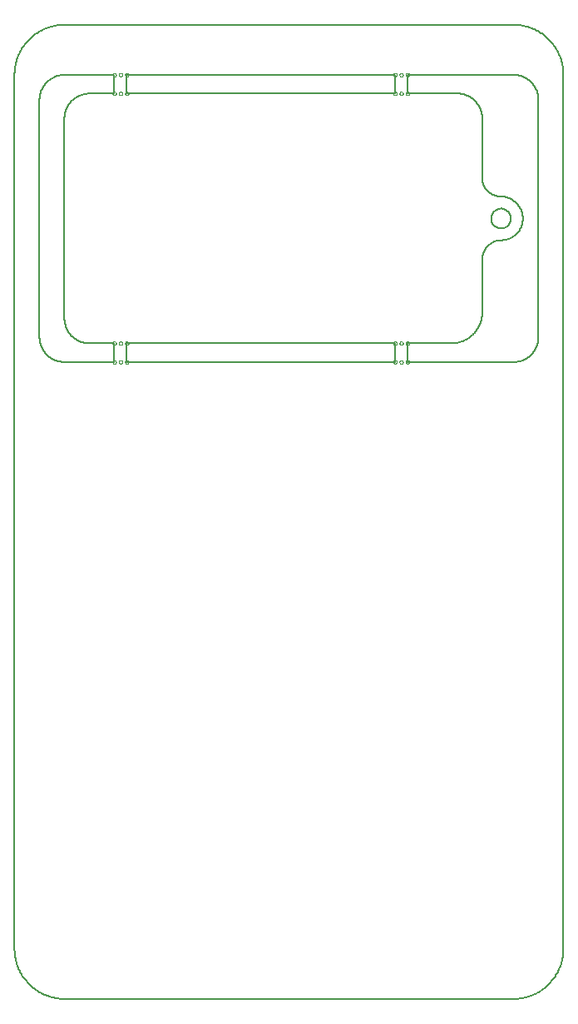
<source format=gko>
G75*
%MOIN*%
%OFA0B0*%
%FSLAX25Y25*%
%IPPOS*%
%LPD*%
%AMOC8*
5,1,8,0,0,1.08239X$1,22.5*
%
%ADD10C,0.00600*%
%ADD11C,0.00000*%
D10*
X0001300Y0021300D02*
X0001300Y0371300D01*
X0011300Y0361300D02*
X0011300Y0266300D01*
X0011303Y0266058D01*
X0011312Y0265817D01*
X0011326Y0265576D01*
X0011347Y0265335D01*
X0011373Y0265095D01*
X0011405Y0264855D01*
X0011443Y0264616D01*
X0011486Y0264379D01*
X0011536Y0264142D01*
X0011591Y0263907D01*
X0011651Y0263673D01*
X0011718Y0263441D01*
X0011789Y0263210D01*
X0011867Y0262981D01*
X0011950Y0262754D01*
X0012038Y0262529D01*
X0012132Y0262306D01*
X0012231Y0262086D01*
X0012336Y0261868D01*
X0012445Y0261653D01*
X0012560Y0261440D01*
X0012680Y0261230D01*
X0012805Y0261024D01*
X0012935Y0260820D01*
X0013070Y0260619D01*
X0013210Y0260422D01*
X0013354Y0260228D01*
X0013503Y0260038D01*
X0013657Y0259852D01*
X0013815Y0259669D01*
X0013977Y0259490D01*
X0014144Y0259315D01*
X0014315Y0259144D01*
X0014490Y0258977D01*
X0014669Y0258815D01*
X0014852Y0258657D01*
X0015038Y0258503D01*
X0015228Y0258354D01*
X0015422Y0258210D01*
X0015619Y0258070D01*
X0015820Y0257935D01*
X0016024Y0257805D01*
X0016230Y0257680D01*
X0016440Y0257560D01*
X0016653Y0257445D01*
X0016868Y0257336D01*
X0017086Y0257231D01*
X0017306Y0257132D01*
X0017529Y0257038D01*
X0017754Y0256950D01*
X0017981Y0256867D01*
X0018210Y0256789D01*
X0018441Y0256718D01*
X0018673Y0256651D01*
X0018907Y0256591D01*
X0019142Y0256536D01*
X0019379Y0256486D01*
X0019616Y0256443D01*
X0019855Y0256405D01*
X0020095Y0256373D01*
X0020335Y0256347D01*
X0020576Y0256326D01*
X0020817Y0256312D01*
X0021058Y0256303D01*
X0021300Y0256300D01*
X0041300Y0256300D01*
X0041300Y0263800D01*
X0031300Y0263800D01*
X0031058Y0263803D01*
X0030817Y0263812D01*
X0030576Y0263826D01*
X0030335Y0263847D01*
X0030095Y0263873D01*
X0029855Y0263905D01*
X0029616Y0263943D01*
X0029379Y0263986D01*
X0029142Y0264036D01*
X0028907Y0264091D01*
X0028673Y0264151D01*
X0028441Y0264218D01*
X0028210Y0264289D01*
X0027981Y0264367D01*
X0027754Y0264450D01*
X0027529Y0264538D01*
X0027306Y0264632D01*
X0027086Y0264731D01*
X0026868Y0264836D01*
X0026653Y0264945D01*
X0026440Y0265060D01*
X0026230Y0265180D01*
X0026024Y0265305D01*
X0025820Y0265435D01*
X0025619Y0265570D01*
X0025422Y0265710D01*
X0025228Y0265854D01*
X0025038Y0266003D01*
X0024852Y0266157D01*
X0024669Y0266315D01*
X0024490Y0266477D01*
X0024315Y0266644D01*
X0024144Y0266815D01*
X0023977Y0266990D01*
X0023815Y0267169D01*
X0023657Y0267352D01*
X0023503Y0267538D01*
X0023354Y0267728D01*
X0023210Y0267922D01*
X0023070Y0268119D01*
X0022935Y0268320D01*
X0022805Y0268524D01*
X0022680Y0268730D01*
X0022560Y0268940D01*
X0022445Y0269153D01*
X0022336Y0269368D01*
X0022231Y0269586D01*
X0022132Y0269806D01*
X0022038Y0270029D01*
X0021950Y0270254D01*
X0021867Y0270481D01*
X0021789Y0270710D01*
X0021718Y0270941D01*
X0021651Y0271173D01*
X0021591Y0271407D01*
X0021536Y0271642D01*
X0021486Y0271879D01*
X0021443Y0272116D01*
X0021405Y0272355D01*
X0021373Y0272595D01*
X0021347Y0272835D01*
X0021326Y0273076D01*
X0021312Y0273317D01*
X0021303Y0273558D01*
X0021300Y0273800D01*
X0021300Y0353800D01*
X0011300Y0361300D02*
X0011303Y0361542D01*
X0011312Y0361783D01*
X0011326Y0362024D01*
X0011347Y0362265D01*
X0011373Y0362505D01*
X0011405Y0362745D01*
X0011443Y0362984D01*
X0011486Y0363221D01*
X0011536Y0363458D01*
X0011591Y0363693D01*
X0011651Y0363927D01*
X0011718Y0364159D01*
X0011789Y0364390D01*
X0011867Y0364619D01*
X0011950Y0364846D01*
X0012038Y0365071D01*
X0012132Y0365294D01*
X0012231Y0365514D01*
X0012336Y0365732D01*
X0012445Y0365947D01*
X0012560Y0366160D01*
X0012680Y0366370D01*
X0012805Y0366576D01*
X0012935Y0366780D01*
X0013070Y0366981D01*
X0013210Y0367178D01*
X0013354Y0367372D01*
X0013503Y0367562D01*
X0013657Y0367748D01*
X0013815Y0367931D01*
X0013977Y0368110D01*
X0014144Y0368285D01*
X0014315Y0368456D01*
X0014490Y0368623D01*
X0014669Y0368785D01*
X0014852Y0368943D01*
X0015038Y0369097D01*
X0015228Y0369246D01*
X0015422Y0369390D01*
X0015619Y0369530D01*
X0015820Y0369665D01*
X0016024Y0369795D01*
X0016230Y0369920D01*
X0016440Y0370040D01*
X0016653Y0370155D01*
X0016868Y0370264D01*
X0017086Y0370369D01*
X0017306Y0370468D01*
X0017529Y0370562D01*
X0017754Y0370650D01*
X0017981Y0370733D01*
X0018210Y0370811D01*
X0018441Y0370882D01*
X0018673Y0370949D01*
X0018907Y0371009D01*
X0019142Y0371064D01*
X0019379Y0371114D01*
X0019616Y0371157D01*
X0019855Y0371195D01*
X0020095Y0371227D01*
X0020335Y0371253D01*
X0020576Y0371274D01*
X0020817Y0371288D01*
X0021058Y0371297D01*
X0021300Y0371300D01*
X0021300Y0391300D02*
X0020817Y0391294D01*
X0020334Y0391277D01*
X0019851Y0391247D01*
X0019370Y0391207D01*
X0018889Y0391154D01*
X0018410Y0391090D01*
X0017933Y0391015D01*
X0017457Y0390927D01*
X0016984Y0390829D01*
X0016514Y0390719D01*
X0016046Y0390598D01*
X0015581Y0390465D01*
X0015120Y0390321D01*
X0014662Y0390166D01*
X0014208Y0390000D01*
X0013758Y0389823D01*
X0013313Y0389636D01*
X0012872Y0389437D01*
X0012436Y0389229D01*
X0012006Y0389009D01*
X0011580Y0388779D01*
X0011161Y0388539D01*
X0010747Y0388289D01*
X0010340Y0388029D01*
X0009939Y0387760D01*
X0009544Y0387480D01*
X0009157Y0387192D01*
X0008776Y0386893D01*
X0008403Y0386586D01*
X0008038Y0386270D01*
X0007680Y0385945D01*
X0007330Y0385612D01*
X0006988Y0385270D01*
X0006655Y0384920D01*
X0006330Y0384562D01*
X0006014Y0384197D01*
X0005707Y0383824D01*
X0005408Y0383443D01*
X0005120Y0383056D01*
X0004840Y0382661D01*
X0004571Y0382260D01*
X0004311Y0381853D01*
X0004061Y0381439D01*
X0003821Y0381020D01*
X0003591Y0380594D01*
X0003371Y0380164D01*
X0003163Y0379728D01*
X0002964Y0379287D01*
X0002777Y0378842D01*
X0002600Y0378392D01*
X0002434Y0377938D01*
X0002279Y0377480D01*
X0002135Y0377019D01*
X0002002Y0376554D01*
X0001881Y0376086D01*
X0001771Y0375616D01*
X0001673Y0375143D01*
X0001585Y0374667D01*
X0001510Y0374190D01*
X0001446Y0373711D01*
X0001393Y0373230D01*
X0001353Y0372749D01*
X0001323Y0372266D01*
X0001306Y0371783D01*
X0001300Y0371300D01*
X0021300Y0371300D02*
X0041300Y0371300D01*
X0041300Y0363800D01*
X0031300Y0363800D01*
X0031058Y0363797D01*
X0030817Y0363788D01*
X0030576Y0363774D01*
X0030335Y0363753D01*
X0030095Y0363727D01*
X0029855Y0363695D01*
X0029616Y0363657D01*
X0029379Y0363614D01*
X0029142Y0363564D01*
X0028907Y0363509D01*
X0028673Y0363449D01*
X0028441Y0363382D01*
X0028210Y0363311D01*
X0027981Y0363233D01*
X0027754Y0363150D01*
X0027529Y0363062D01*
X0027306Y0362968D01*
X0027086Y0362869D01*
X0026868Y0362764D01*
X0026653Y0362655D01*
X0026440Y0362540D01*
X0026230Y0362420D01*
X0026024Y0362295D01*
X0025820Y0362165D01*
X0025619Y0362030D01*
X0025422Y0361890D01*
X0025228Y0361746D01*
X0025038Y0361597D01*
X0024852Y0361443D01*
X0024669Y0361285D01*
X0024490Y0361123D01*
X0024315Y0360956D01*
X0024144Y0360785D01*
X0023977Y0360610D01*
X0023815Y0360431D01*
X0023657Y0360248D01*
X0023503Y0360062D01*
X0023354Y0359872D01*
X0023210Y0359678D01*
X0023070Y0359481D01*
X0022935Y0359280D01*
X0022805Y0359076D01*
X0022680Y0358870D01*
X0022560Y0358660D01*
X0022445Y0358447D01*
X0022336Y0358232D01*
X0022231Y0358014D01*
X0022132Y0357794D01*
X0022038Y0357571D01*
X0021950Y0357346D01*
X0021867Y0357119D01*
X0021789Y0356890D01*
X0021718Y0356659D01*
X0021651Y0356427D01*
X0021591Y0356193D01*
X0021536Y0355958D01*
X0021486Y0355721D01*
X0021443Y0355484D01*
X0021405Y0355245D01*
X0021373Y0355005D01*
X0021347Y0354765D01*
X0021326Y0354524D01*
X0021312Y0354283D01*
X0021303Y0354042D01*
X0021300Y0353800D01*
X0021300Y0391300D02*
X0201300Y0391300D01*
X0201783Y0391294D01*
X0202266Y0391277D01*
X0202749Y0391247D01*
X0203230Y0391207D01*
X0203711Y0391154D01*
X0204190Y0391090D01*
X0204667Y0391015D01*
X0205143Y0390927D01*
X0205616Y0390829D01*
X0206086Y0390719D01*
X0206554Y0390598D01*
X0207019Y0390465D01*
X0207480Y0390321D01*
X0207938Y0390166D01*
X0208392Y0390000D01*
X0208842Y0389823D01*
X0209287Y0389636D01*
X0209728Y0389437D01*
X0210164Y0389229D01*
X0210594Y0389009D01*
X0211020Y0388779D01*
X0211439Y0388539D01*
X0211853Y0388289D01*
X0212260Y0388029D01*
X0212661Y0387760D01*
X0213056Y0387480D01*
X0213443Y0387192D01*
X0213824Y0386893D01*
X0214197Y0386586D01*
X0214562Y0386270D01*
X0214920Y0385945D01*
X0215270Y0385612D01*
X0215612Y0385270D01*
X0215945Y0384920D01*
X0216270Y0384562D01*
X0216586Y0384197D01*
X0216893Y0383824D01*
X0217192Y0383443D01*
X0217480Y0383056D01*
X0217760Y0382661D01*
X0218029Y0382260D01*
X0218289Y0381853D01*
X0218539Y0381439D01*
X0218779Y0381020D01*
X0219009Y0380594D01*
X0219229Y0380164D01*
X0219437Y0379728D01*
X0219636Y0379287D01*
X0219823Y0378842D01*
X0220000Y0378392D01*
X0220166Y0377938D01*
X0220321Y0377480D01*
X0220465Y0377019D01*
X0220598Y0376554D01*
X0220719Y0376086D01*
X0220829Y0375616D01*
X0220927Y0375143D01*
X0221015Y0374667D01*
X0221090Y0374190D01*
X0221154Y0373711D01*
X0221207Y0373230D01*
X0221247Y0372749D01*
X0221277Y0372266D01*
X0221294Y0371783D01*
X0221300Y0371300D01*
X0221300Y0021300D01*
X0221294Y0020817D01*
X0221277Y0020334D01*
X0221247Y0019851D01*
X0221207Y0019370D01*
X0221154Y0018889D01*
X0221090Y0018410D01*
X0221015Y0017933D01*
X0220927Y0017457D01*
X0220829Y0016984D01*
X0220719Y0016514D01*
X0220598Y0016046D01*
X0220465Y0015581D01*
X0220321Y0015120D01*
X0220166Y0014662D01*
X0220000Y0014208D01*
X0219823Y0013758D01*
X0219636Y0013313D01*
X0219437Y0012872D01*
X0219229Y0012436D01*
X0219009Y0012006D01*
X0218779Y0011580D01*
X0218539Y0011161D01*
X0218289Y0010747D01*
X0218029Y0010340D01*
X0217760Y0009939D01*
X0217480Y0009544D01*
X0217192Y0009157D01*
X0216893Y0008776D01*
X0216586Y0008403D01*
X0216270Y0008038D01*
X0215945Y0007680D01*
X0215612Y0007330D01*
X0215270Y0006988D01*
X0214920Y0006655D01*
X0214562Y0006330D01*
X0214197Y0006014D01*
X0213824Y0005707D01*
X0213443Y0005408D01*
X0213056Y0005120D01*
X0212661Y0004840D01*
X0212260Y0004571D01*
X0211853Y0004311D01*
X0211439Y0004061D01*
X0211020Y0003821D01*
X0210594Y0003591D01*
X0210164Y0003371D01*
X0209728Y0003163D01*
X0209287Y0002964D01*
X0208842Y0002777D01*
X0208392Y0002600D01*
X0207938Y0002434D01*
X0207480Y0002279D01*
X0207019Y0002135D01*
X0206554Y0002002D01*
X0206086Y0001881D01*
X0205616Y0001771D01*
X0205143Y0001673D01*
X0204667Y0001585D01*
X0204190Y0001510D01*
X0203711Y0001446D01*
X0203230Y0001393D01*
X0202749Y0001353D01*
X0202266Y0001323D01*
X0201783Y0001306D01*
X0201300Y0001300D01*
X0021300Y0001300D01*
X0020817Y0001306D01*
X0020334Y0001323D01*
X0019851Y0001353D01*
X0019370Y0001393D01*
X0018889Y0001446D01*
X0018410Y0001510D01*
X0017933Y0001585D01*
X0017457Y0001673D01*
X0016984Y0001771D01*
X0016514Y0001881D01*
X0016046Y0002002D01*
X0015581Y0002135D01*
X0015120Y0002279D01*
X0014662Y0002434D01*
X0014208Y0002600D01*
X0013758Y0002777D01*
X0013313Y0002964D01*
X0012872Y0003163D01*
X0012436Y0003371D01*
X0012006Y0003591D01*
X0011580Y0003821D01*
X0011161Y0004061D01*
X0010747Y0004311D01*
X0010340Y0004571D01*
X0009939Y0004840D01*
X0009544Y0005120D01*
X0009157Y0005408D01*
X0008776Y0005707D01*
X0008403Y0006014D01*
X0008038Y0006330D01*
X0007680Y0006655D01*
X0007330Y0006988D01*
X0006988Y0007330D01*
X0006655Y0007680D01*
X0006330Y0008038D01*
X0006014Y0008403D01*
X0005707Y0008776D01*
X0005408Y0009157D01*
X0005120Y0009544D01*
X0004840Y0009939D01*
X0004571Y0010340D01*
X0004311Y0010747D01*
X0004061Y0011161D01*
X0003821Y0011580D01*
X0003591Y0012006D01*
X0003371Y0012436D01*
X0003163Y0012872D01*
X0002964Y0013313D01*
X0002777Y0013758D01*
X0002600Y0014208D01*
X0002434Y0014662D01*
X0002279Y0015120D01*
X0002135Y0015581D01*
X0002002Y0016046D01*
X0001881Y0016514D01*
X0001771Y0016984D01*
X0001673Y0017457D01*
X0001585Y0017933D01*
X0001510Y0018410D01*
X0001446Y0018889D01*
X0001393Y0019370D01*
X0001353Y0019851D01*
X0001323Y0020334D01*
X0001306Y0020817D01*
X0001300Y0021300D01*
X0046300Y0256300D02*
X0046300Y0263800D01*
X0153800Y0263800D01*
X0153800Y0256300D01*
X0046300Y0256300D01*
X0046300Y0363800D02*
X0046300Y0371300D01*
X0153800Y0371300D01*
X0153800Y0363800D01*
X0046300Y0363800D01*
X0158800Y0363800D02*
X0158800Y0371300D01*
X0201300Y0371300D01*
X0201542Y0371297D01*
X0201783Y0371288D01*
X0202024Y0371274D01*
X0202265Y0371253D01*
X0202505Y0371227D01*
X0202745Y0371195D01*
X0202984Y0371157D01*
X0203221Y0371114D01*
X0203458Y0371064D01*
X0203693Y0371009D01*
X0203927Y0370949D01*
X0204159Y0370882D01*
X0204390Y0370811D01*
X0204619Y0370733D01*
X0204846Y0370650D01*
X0205071Y0370562D01*
X0205294Y0370468D01*
X0205514Y0370369D01*
X0205732Y0370264D01*
X0205947Y0370155D01*
X0206160Y0370040D01*
X0206370Y0369920D01*
X0206576Y0369795D01*
X0206780Y0369665D01*
X0206981Y0369530D01*
X0207178Y0369390D01*
X0207372Y0369246D01*
X0207562Y0369097D01*
X0207748Y0368943D01*
X0207931Y0368785D01*
X0208110Y0368623D01*
X0208285Y0368456D01*
X0208456Y0368285D01*
X0208623Y0368110D01*
X0208785Y0367931D01*
X0208943Y0367748D01*
X0209097Y0367562D01*
X0209246Y0367372D01*
X0209390Y0367178D01*
X0209530Y0366981D01*
X0209665Y0366780D01*
X0209795Y0366576D01*
X0209920Y0366370D01*
X0210040Y0366160D01*
X0210155Y0365947D01*
X0210264Y0365732D01*
X0210369Y0365514D01*
X0210468Y0365294D01*
X0210562Y0365071D01*
X0210650Y0364846D01*
X0210733Y0364619D01*
X0210811Y0364390D01*
X0210882Y0364159D01*
X0210949Y0363927D01*
X0211009Y0363693D01*
X0211064Y0363458D01*
X0211114Y0363221D01*
X0211157Y0362984D01*
X0211195Y0362745D01*
X0211227Y0362505D01*
X0211253Y0362265D01*
X0211274Y0362024D01*
X0211288Y0361783D01*
X0211297Y0361542D01*
X0211300Y0361300D01*
X0211300Y0266300D01*
X0211297Y0266058D01*
X0211288Y0265817D01*
X0211274Y0265576D01*
X0211253Y0265335D01*
X0211227Y0265095D01*
X0211195Y0264855D01*
X0211157Y0264616D01*
X0211114Y0264379D01*
X0211064Y0264142D01*
X0211009Y0263907D01*
X0210949Y0263673D01*
X0210882Y0263441D01*
X0210811Y0263210D01*
X0210733Y0262981D01*
X0210650Y0262754D01*
X0210562Y0262529D01*
X0210468Y0262306D01*
X0210369Y0262086D01*
X0210264Y0261868D01*
X0210155Y0261653D01*
X0210040Y0261440D01*
X0209920Y0261230D01*
X0209795Y0261024D01*
X0209665Y0260820D01*
X0209530Y0260619D01*
X0209390Y0260422D01*
X0209246Y0260228D01*
X0209097Y0260038D01*
X0208943Y0259852D01*
X0208785Y0259669D01*
X0208623Y0259490D01*
X0208456Y0259315D01*
X0208285Y0259144D01*
X0208110Y0258977D01*
X0207931Y0258815D01*
X0207748Y0258657D01*
X0207562Y0258503D01*
X0207372Y0258354D01*
X0207178Y0258210D01*
X0206981Y0258070D01*
X0206780Y0257935D01*
X0206576Y0257805D01*
X0206370Y0257680D01*
X0206160Y0257560D01*
X0205947Y0257445D01*
X0205732Y0257336D01*
X0205514Y0257231D01*
X0205294Y0257132D01*
X0205071Y0257038D01*
X0204846Y0256950D01*
X0204619Y0256867D01*
X0204390Y0256789D01*
X0204159Y0256718D01*
X0203927Y0256651D01*
X0203693Y0256591D01*
X0203458Y0256536D01*
X0203221Y0256486D01*
X0202984Y0256443D01*
X0202745Y0256405D01*
X0202505Y0256373D01*
X0202265Y0256347D01*
X0202024Y0256326D01*
X0201783Y0256312D01*
X0201542Y0256303D01*
X0201300Y0256300D01*
X0158800Y0256300D01*
X0158800Y0263800D01*
X0176300Y0263800D01*
X0176602Y0263804D01*
X0176904Y0263815D01*
X0177205Y0263833D01*
X0177506Y0263858D01*
X0177807Y0263891D01*
X0178106Y0263931D01*
X0178404Y0263978D01*
X0178702Y0264033D01*
X0178997Y0264094D01*
X0179291Y0264163D01*
X0179584Y0264239D01*
X0179874Y0264322D01*
X0180163Y0264412D01*
X0180449Y0264509D01*
X0180733Y0264612D01*
X0181014Y0264723D01*
X0181292Y0264840D01*
X0181568Y0264964D01*
X0181840Y0265095D01*
X0182109Y0265232D01*
X0182375Y0265375D01*
X0182637Y0265525D01*
X0182896Y0265682D01*
X0183150Y0265844D01*
X0183401Y0266013D01*
X0183647Y0266187D01*
X0183890Y0266368D01*
X0184127Y0266554D01*
X0184361Y0266746D01*
X0184589Y0266944D01*
X0184813Y0267147D01*
X0185031Y0267355D01*
X0185245Y0267569D01*
X0185453Y0267787D01*
X0185656Y0268011D01*
X0185854Y0268239D01*
X0186046Y0268473D01*
X0186232Y0268710D01*
X0186413Y0268953D01*
X0186587Y0269199D01*
X0186756Y0269450D01*
X0186918Y0269704D01*
X0187075Y0269963D01*
X0187225Y0270225D01*
X0187368Y0270491D01*
X0187505Y0270760D01*
X0187636Y0271032D01*
X0187760Y0271308D01*
X0187877Y0271586D01*
X0187988Y0271867D01*
X0188091Y0272151D01*
X0188188Y0272437D01*
X0188278Y0272726D01*
X0188361Y0273016D01*
X0188437Y0273309D01*
X0188506Y0273603D01*
X0188567Y0273898D01*
X0188622Y0274196D01*
X0188669Y0274494D01*
X0188709Y0274793D01*
X0188742Y0275094D01*
X0188767Y0275395D01*
X0188785Y0275696D01*
X0188796Y0275998D01*
X0188800Y0276300D01*
X0188800Y0297550D01*
X0188802Y0297731D01*
X0188809Y0297912D01*
X0188820Y0298093D01*
X0188835Y0298274D01*
X0188855Y0298454D01*
X0188879Y0298634D01*
X0188907Y0298813D01*
X0188940Y0298991D01*
X0188977Y0299168D01*
X0189018Y0299345D01*
X0189063Y0299520D01*
X0189113Y0299695D01*
X0189167Y0299868D01*
X0189225Y0300039D01*
X0189287Y0300210D01*
X0189354Y0300378D01*
X0189424Y0300545D01*
X0189498Y0300711D01*
X0189577Y0300874D01*
X0189659Y0301035D01*
X0189745Y0301195D01*
X0189835Y0301352D01*
X0189929Y0301507D01*
X0190026Y0301660D01*
X0190128Y0301810D01*
X0190232Y0301958D01*
X0190341Y0302104D01*
X0190452Y0302246D01*
X0190568Y0302386D01*
X0190686Y0302523D01*
X0190808Y0302658D01*
X0190933Y0302789D01*
X0191061Y0302917D01*
X0191192Y0303042D01*
X0191327Y0303164D01*
X0191464Y0303282D01*
X0191604Y0303398D01*
X0191746Y0303509D01*
X0191892Y0303618D01*
X0192040Y0303722D01*
X0192190Y0303824D01*
X0192343Y0303921D01*
X0192498Y0304015D01*
X0192655Y0304105D01*
X0192815Y0304191D01*
X0192976Y0304273D01*
X0193139Y0304352D01*
X0193305Y0304426D01*
X0193472Y0304496D01*
X0193640Y0304563D01*
X0193811Y0304625D01*
X0193982Y0304683D01*
X0194155Y0304737D01*
X0194330Y0304787D01*
X0194505Y0304832D01*
X0194682Y0304873D01*
X0194859Y0304910D01*
X0195037Y0304943D01*
X0195216Y0304971D01*
X0195396Y0304995D01*
X0195576Y0305015D01*
X0195757Y0305030D01*
X0195938Y0305041D01*
X0196119Y0305048D01*
X0196300Y0305050D01*
X0192347Y0313800D02*
X0192349Y0313925D01*
X0192355Y0314051D01*
X0192365Y0314176D01*
X0192379Y0314300D01*
X0192397Y0314425D01*
X0192418Y0314548D01*
X0192444Y0314671D01*
X0192474Y0314793D01*
X0192507Y0314914D01*
X0192544Y0315033D01*
X0192585Y0315152D01*
X0192630Y0315269D01*
X0192679Y0315385D01*
X0192731Y0315499D01*
X0192786Y0315611D01*
X0192846Y0315722D01*
X0192908Y0315831D01*
X0192975Y0315937D01*
X0193044Y0316042D01*
X0193117Y0316144D01*
X0193193Y0316244D01*
X0193272Y0316341D01*
X0193354Y0316436D01*
X0193439Y0316528D01*
X0193527Y0316617D01*
X0193618Y0316704D01*
X0193711Y0316787D01*
X0193807Y0316868D01*
X0193906Y0316946D01*
X0194007Y0317020D01*
X0194110Y0317091D01*
X0194216Y0317159D01*
X0194324Y0317223D01*
X0194433Y0317284D01*
X0194545Y0317342D01*
X0194658Y0317396D01*
X0194773Y0317446D01*
X0194889Y0317493D01*
X0195007Y0317536D01*
X0195126Y0317575D01*
X0195247Y0317610D01*
X0195368Y0317642D01*
X0195490Y0317669D01*
X0195614Y0317693D01*
X0195737Y0317713D01*
X0195862Y0317729D01*
X0195987Y0317741D01*
X0196112Y0317749D01*
X0196237Y0317753D01*
X0196363Y0317753D01*
X0196488Y0317749D01*
X0196613Y0317741D01*
X0196738Y0317729D01*
X0196863Y0317713D01*
X0196986Y0317693D01*
X0197110Y0317669D01*
X0197232Y0317642D01*
X0197353Y0317610D01*
X0197474Y0317575D01*
X0197593Y0317536D01*
X0197711Y0317493D01*
X0197827Y0317446D01*
X0197942Y0317396D01*
X0198055Y0317342D01*
X0198167Y0317284D01*
X0198277Y0317223D01*
X0198384Y0317159D01*
X0198490Y0317091D01*
X0198593Y0317020D01*
X0198694Y0316946D01*
X0198793Y0316868D01*
X0198889Y0316787D01*
X0198982Y0316704D01*
X0199073Y0316617D01*
X0199161Y0316528D01*
X0199246Y0316436D01*
X0199328Y0316341D01*
X0199407Y0316244D01*
X0199483Y0316144D01*
X0199556Y0316042D01*
X0199625Y0315937D01*
X0199692Y0315831D01*
X0199754Y0315722D01*
X0199814Y0315611D01*
X0199869Y0315499D01*
X0199921Y0315385D01*
X0199970Y0315269D01*
X0200015Y0315152D01*
X0200056Y0315033D01*
X0200093Y0314914D01*
X0200126Y0314793D01*
X0200156Y0314671D01*
X0200182Y0314548D01*
X0200203Y0314425D01*
X0200221Y0314300D01*
X0200235Y0314176D01*
X0200245Y0314051D01*
X0200251Y0313925D01*
X0200253Y0313800D01*
X0200251Y0313675D01*
X0200245Y0313549D01*
X0200235Y0313424D01*
X0200221Y0313300D01*
X0200203Y0313175D01*
X0200182Y0313052D01*
X0200156Y0312929D01*
X0200126Y0312807D01*
X0200093Y0312686D01*
X0200056Y0312567D01*
X0200015Y0312448D01*
X0199970Y0312331D01*
X0199921Y0312215D01*
X0199869Y0312101D01*
X0199814Y0311989D01*
X0199754Y0311878D01*
X0199692Y0311769D01*
X0199625Y0311663D01*
X0199556Y0311558D01*
X0199483Y0311456D01*
X0199407Y0311356D01*
X0199328Y0311259D01*
X0199246Y0311164D01*
X0199161Y0311072D01*
X0199073Y0310983D01*
X0198982Y0310896D01*
X0198889Y0310813D01*
X0198793Y0310732D01*
X0198694Y0310654D01*
X0198593Y0310580D01*
X0198490Y0310509D01*
X0198384Y0310441D01*
X0198276Y0310377D01*
X0198167Y0310316D01*
X0198055Y0310258D01*
X0197942Y0310204D01*
X0197827Y0310154D01*
X0197711Y0310107D01*
X0197593Y0310064D01*
X0197474Y0310025D01*
X0197353Y0309990D01*
X0197232Y0309958D01*
X0197110Y0309931D01*
X0196986Y0309907D01*
X0196863Y0309887D01*
X0196738Y0309871D01*
X0196613Y0309859D01*
X0196488Y0309851D01*
X0196363Y0309847D01*
X0196237Y0309847D01*
X0196112Y0309851D01*
X0195987Y0309859D01*
X0195862Y0309871D01*
X0195737Y0309887D01*
X0195614Y0309907D01*
X0195490Y0309931D01*
X0195368Y0309958D01*
X0195247Y0309990D01*
X0195126Y0310025D01*
X0195007Y0310064D01*
X0194889Y0310107D01*
X0194773Y0310154D01*
X0194658Y0310204D01*
X0194545Y0310258D01*
X0194433Y0310316D01*
X0194323Y0310377D01*
X0194216Y0310441D01*
X0194110Y0310509D01*
X0194007Y0310580D01*
X0193906Y0310654D01*
X0193807Y0310732D01*
X0193711Y0310813D01*
X0193618Y0310896D01*
X0193527Y0310983D01*
X0193439Y0311072D01*
X0193354Y0311164D01*
X0193272Y0311259D01*
X0193193Y0311356D01*
X0193117Y0311456D01*
X0193044Y0311558D01*
X0192975Y0311663D01*
X0192908Y0311769D01*
X0192846Y0311878D01*
X0192786Y0311989D01*
X0192731Y0312101D01*
X0192679Y0312215D01*
X0192630Y0312331D01*
X0192585Y0312448D01*
X0192544Y0312567D01*
X0192507Y0312686D01*
X0192474Y0312807D01*
X0192444Y0312929D01*
X0192418Y0313052D01*
X0192397Y0313175D01*
X0192379Y0313300D01*
X0192365Y0313424D01*
X0192355Y0313549D01*
X0192349Y0313675D01*
X0192347Y0313800D01*
X0196300Y0305050D02*
X0196513Y0305053D01*
X0196726Y0305060D01*
X0196939Y0305073D01*
X0197151Y0305091D01*
X0197363Y0305115D01*
X0197574Y0305143D01*
X0197784Y0305177D01*
X0197994Y0305216D01*
X0198203Y0305259D01*
X0198410Y0305308D01*
X0198616Y0305362D01*
X0198821Y0305421D01*
X0199024Y0305485D01*
X0199226Y0305554D01*
X0199426Y0305627D01*
X0199624Y0305706D01*
X0199820Y0305789D01*
X0200014Y0305877D01*
X0200206Y0305970D01*
X0200395Y0306068D01*
X0200582Y0306170D01*
X0200767Y0306276D01*
X0200949Y0306387D01*
X0201128Y0306503D01*
X0201304Y0306622D01*
X0201478Y0306746D01*
X0201648Y0306874D01*
X0201815Y0307007D01*
X0201979Y0307143D01*
X0202139Y0307283D01*
X0202296Y0307427D01*
X0202449Y0307575D01*
X0202599Y0307727D01*
X0202745Y0307882D01*
X0202887Y0308041D01*
X0203026Y0308203D01*
X0203160Y0308368D01*
X0203290Y0308537D01*
X0203416Y0308709D01*
X0203538Y0308884D01*
X0203656Y0309061D01*
X0203769Y0309242D01*
X0203878Y0309425D01*
X0203982Y0309611D01*
X0204082Y0309799D01*
X0204177Y0309990D01*
X0204267Y0310183D01*
X0204353Y0310378D01*
X0204434Y0310575D01*
X0204510Y0310774D01*
X0204581Y0310975D01*
X0204648Y0311177D01*
X0204709Y0311381D01*
X0204765Y0311587D01*
X0204817Y0311794D01*
X0204863Y0312002D01*
X0204904Y0312211D01*
X0204941Y0312421D01*
X0204972Y0312631D01*
X0204998Y0312843D01*
X0205018Y0313055D01*
X0205034Y0313268D01*
X0205044Y0313480D01*
X0205049Y0313693D01*
X0205049Y0313907D01*
X0205044Y0314120D01*
X0205034Y0314332D01*
X0205018Y0314545D01*
X0204998Y0314757D01*
X0204972Y0314969D01*
X0204941Y0315179D01*
X0204904Y0315389D01*
X0204863Y0315598D01*
X0204817Y0315806D01*
X0204765Y0316013D01*
X0204709Y0316219D01*
X0204648Y0316423D01*
X0204581Y0316625D01*
X0204510Y0316826D01*
X0204434Y0317025D01*
X0204353Y0317222D01*
X0204267Y0317417D01*
X0204177Y0317610D01*
X0204082Y0317801D01*
X0203982Y0317989D01*
X0203878Y0318175D01*
X0203769Y0318358D01*
X0203656Y0318539D01*
X0203538Y0318716D01*
X0203416Y0318891D01*
X0203290Y0319063D01*
X0203160Y0319232D01*
X0203026Y0319397D01*
X0202887Y0319559D01*
X0202745Y0319718D01*
X0202599Y0319873D01*
X0202449Y0320025D01*
X0202296Y0320173D01*
X0202139Y0320317D01*
X0201979Y0320457D01*
X0201815Y0320593D01*
X0201648Y0320726D01*
X0201478Y0320854D01*
X0201304Y0320978D01*
X0201128Y0321097D01*
X0200949Y0321213D01*
X0200767Y0321324D01*
X0200582Y0321430D01*
X0200395Y0321532D01*
X0200206Y0321630D01*
X0200014Y0321723D01*
X0199820Y0321811D01*
X0199624Y0321894D01*
X0199426Y0321973D01*
X0199226Y0322046D01*
X0199024Y0322115D01*
X0198821Y0322179D01*
X0198616Y0322238D01*
X0198410Y0322292D01*
X0198203Y0322341D01*
X0197994Y0322384D01*
X0197784Y0322423D01*
X0197574Y0322457D01*
X0197363Y0322485D01*
X0197151Y0322509D01*
X0196939Y0322527D01*
X0196726Y0322540D01*
X0196513Y0322547D01*
X0196300Y0322550D01*
X0196108Y0322556D01*
X0195917Y0322567D01*
X0195726Y0322582D01*
X0195535Y0322602D01*
X0195345Y0322627D01*
X0195155Y0322657D01*
X0194967Y0322691D01*
X0194779Y0322730D01*
X0194592Y0322773D01*
X0194407Y0322821D01*
X0194222Y0322874D01*
X0194039Y0322931D01*
X0193858Y0322993D01*
X0193678Y0323059D01*
X0193499Y0323129D01*
X0193323Y0323204D01*
X0193148Y0323283D01*
X0192975Y0323366D01*
X0192805Y0323453D01*
X0192636Y0323545D01*
X0192470Y0323641D01*
X0192307Y0323741D01*
X0192146Y0323844D01*
X0191987Y0323952D01*
X0191831Y0324064D01*
X0191678Y0324179D01*
X0191528Y0324298D01*
X0191380Y0324421D01*
X0191236Y0324547D01*
X0191095Y0324677D01*
X0190957Y0324810D01*
X0190823Y0324947D01*
X0190691Y0325087D01*
X0190564Y0325230D01*
X0190440Y0325376D01*
X0190319Y0325525D01*
X0190202Y0325677D01*
X0190089Y0325832D01*
X0189980Y0325989D01*
X0189875Y0326150D01*
X0189773Y0326312D01*
X0189676Y0326477D01*
X0189583Y0326645D01*
X0189494Y0326815D01*
X0189409Y0326987D01*
X0189328Y0327160D01*
X0189252Y0327336D01*
X0189180Y0327514D01*
X0189112Y0327693D01*
X0189049Y0327874D01*
X0188990Y0328057D01*
X0188935Y0328241D01*
X0188886Y0328426D01*
X0188840Y0328612D01*
X0188800Y0328800D01*
X0188800Y0353800D01*
X0188797Y0354042D01*
X0188788Y0354283D01*
X0188774Y0354524D01*
X0188753Y0354765D01*
X0188727Y0355005D01*
X0188695Y0355245D01*
X0188657Y0355484D01*
X0188614Y0355721D01*
X0188564Y0355958D01*
X0188509Y0356193D01*
X0188449Y0356427D01*
X0188382Y0356659D01*
X0188311Y0356890D01*
X0188233Y0357119D01*
X0188150Y0357346D01*
X0188062Y0357571D01*
X0187968Y0357794D01*
X0187869Y0358014D01*
X0187764Y0358232D01*
X0187655Y0358447D01*
X0187540Y0358660D01*
X0187420Y0358870D01*
X0187295Y0359076D01*
X0187165Y0359280D01*
X0187030Y0359481D01*
X0186890Y0359678D01*
X0186746Y0359872D01*
X0186597Y0360062D01*
X0186443Y0360248D01*
X0186285Y0360431D01*
X0186123Y0360610D01*
X0185956Y0360785D01*
X0185785Y0360956D01*
X0185610Y0361123D01*
X0185431Y0361285D01*
X0185248Y0361443D01*
X0185062Y0361597D01*
X0184872Y0361746D01*
X0184678Y0361890D01*
X0184481Y0362030D01*
X0184280Y0362165D01*
X0184076Y0362295D01*
X0183870Y0362420D01*
X0183660Y0362540D01*
X0183447Y0362655D01*
X0183232Y0362764D01*
X0183014Y0362869D01*
X0182794Y0362968D01*
X0182571Y0363062D01*
X0182346Y0363150D01*
X0182119Y0363233D01*
X0181890Y0363311D01*
X0181659Y0363382D01*
X0181427Y0363449D01*
X0181193Y0363509D01*
X0180958Y0363564D01*
X0180721Y0363614D01*
X0180484Y0363657D01*
X0180245Y0363695D01*
X0180005Y0363727D01*
X0179765Y0363753D01*
X0179524Y0363774D01*
X0179283Y0363788D01*
X0179042Y0363797D01*
X0178800Y0363800D01*
X0158800Y0363800D01*
D11*
X0158111Y0363800D02*
X0158113Y0363852D01*
X0158119Y0363904D01*
X0158129Y0363955D01*
X0158142Y0364005D01*
X0158160Y0364055D01*
X0158181Y0364102D01*
X0158205Y0364148D01*
X0158234Y0364192D01*
X0158265Y0364234D01*
X0158299Y0364273D01*
X0158336Y0364310D01*
X0158376Y0364343D01*
X0158419Y0364374D01*
X0158463Y0364401D01*
X0158509Y0364425D01*
X0158558Y0364445D01*
X0158607Y0364461D01*
X0158658Y0364474D01*
X0158709Y0364483D01*
X0158761Y0364488D01*
X0158813Y0364489D01*
X0158865Y0364486D01*
X0158917Y0364479D01*
X0158968Y0364468D01*
X0159018Y0364454D01*
X0159067Y0364435D01*
X0159114Y0364413D01*
X0159159Y0364388D01*
X0159203Y0364359D01*
X0159244Y0364327D01*
X0159283Y0364292D01*
X0159318Y0364254D01*
X0159351Y0364213D01*
X0159381Y0364171D01*
X0159407Y0364126D01*
X0159430Y0364079D01*
X0159449Y0364030D01*
X0159465Y0363980D01*
X0159477Y0363930D01*
X0159485Y0363878D01*
X0159489Y0363826D01*
X0159489Y0363774D01*
X0159485Y0363722D01*
X0159477Y0363670D01*
X0159465Y0363620D01*
X0159449Y0363570D01*
X0159430Y0363521D01*
X0159407Y0363474D01*
X0159381Y0363429D01*
X0159351Y0363387D01*
X0159318Y0363346D01*
X0159283Y0363308D01*
X0159244Y0363273D01*
X0159203Y0363241D01*
X0159159Y0363212D01*
X0159114Y0363187D01*
X0159067Y0363165D01*
X0159018Y0363146D01*
X0158968Y0363132D01*
X0158917Y0363121D01*
X0158865Y0363114D01*
X0158813Y0363111D01*
X0158761Y0363112D01*
X0158709Y0363117D01*
X0158658Y0363126D01*
X0158607Y0363139D01*
X0158558Y0363155D01*
X0158509Y0363175D01*
X0158463Y0363199D01*
X0158419Y0363226D01*
X0158376Y0363257D01*
X0158336Y0363290D01*
X0158299Y0363327D01*
X0158265Y0363366D01*
X0158234Y0363408D01*
X0158205Y0363452D01*
X0158181Y0363498D01*
X0158160Y0363545D01*
X0158142Y0363595D01*
X0158129Y0363645D01*
X0158119Y0363696D01*
X0158113Y0363748D01*
X0158111Y0363800D01*
X0155611Y0363800D02*
X0155613Y0363852D01*
X0155619Y0363904D01*
X0155629Y0363955D01*
X0155642Y0364005D01*
X0155660Y0364055D01*
X0155681Y0364102D01*
X0155705Y0364148D01*
X0155734Y0364192D01*
X0155765Y0364234D01*
X0155799Y0364273D01*
X0155836Y0364310D01*
X0155876Y0364343D01*
X0155919Y0364374D01*
X0155963Y0364401D01*
X0156009Y0364425D01*
X0156058Y0364445D01*
X0156107Y0364461D01*
X0156158Y0364474D01*
X0156209Y0364483D01*
X0156261Y0364488D01*
X0156313Y0364489D01*
X0156365Y0364486D01*
X0156417Y0364479D01*
X0156468Y0364468D01*
X0156518Y0364454D01*
X0156567Y0364435D01*
X0156614Y0364413D01*
X0156659Y0364388D01*
X0156703Y0364359D01*
X0156744Y0364327D01*
X0156783Y0364292D01*
X0156818Y0364254D01*
X0156851Y0364213D01*
X0156881Y0364171D01*
X0156907Y0364126D01*
X0156930Y0364079D01*
X0156949Y0364030D01*
X0156965Y0363980D01*
X0156977Y0363930D01*
X0156985Y0363878D01*
X0156989Y0363826D01*
X0156989Y0363774D01*
X0156985Y0363722D01*
X0156977Y0363670D01*
X0156965Y0363620D01*
X0156949Y0363570D01*
X0156930Y0363521D01*
X0156907Y0363474D01*
X0156881Y0363429D01*
X0156851Y0363387D01*
X0156818Y0363346D01*
X0156783Y0363308D01*
X0156744Y0363273D01*
X0156703Y0363241D01*
X0156659Y0363212D01*
X0156614Y0363187D01*
X0156567Y0363165D01*
X0156518Y0363146D01*
X0156468Y0363132D01*
X0156417Y0363121D01*
X0156365Y0363114D01*
X0156313Y0363111D01*
X0156261Y0363112D01*
X0156209Y0363117D01*
X0156158Y0363126D01*
X0156107Y0363139D01*
X0156058Y0363155D01*
X0156009Y0363175D01*
X0155963Y0363199D01*
X0155919Y0363226D01*
X0155876Y0363257D01*
X0155836Y0363290D01*
X0155799Y0363327D01*
X0155765Y0363366D01*
X0155734Y0363408D01*
X0155705Y0363452D01*
X0155681Y0363498D01*
X0155660Y0363545D01*
X0155642Y0363595D01*
X0155629Y0363645D01*
X0155619Y0363696D01*
X0155613Y0363748D01*
X0155611Y0363800D01*
X0153111Y0363800D02*
X0153113Y0363852D01*
X0153119Y0363904D01*
X0153129Y0363955D01*
X0153142Y0364005D01*
X0153160Y0364055D01*
X0153181Y0364102D01*
X0153205Y0364148D01*
X0153234Y0364192D01*
X0153265Y0364234D01*
X0153299Y0364273D01*
X0153336Y0364310D01*
X0153376Y0364343D01*
X0153419Y0364374D01*
X0153463Y0364401D01*
X0153509Y0364425D01*
X0153558Y0364445D01*
X0153607Y0364461D01*
X0153658Y0364474D01*
X0153709Y0364483D01*
X0153761Y0364488D01*
X0153813Y0364489D01*
X0153865Y0364486D01*
X0153917Y0364479D01*
X0153968Y0364468D01*
X0154018Y0364454D01*
X0154067Y0364435D01*
X0154114Y0364413D01*
X0154159Y0364388D01*
X0154203Y0364359D01*
X0154244Y0364327D01*
X0154283Y0364292D01*
X0154318Y0364254D01*
X0154351Y0364213D01*
X0154381Y0364171D01*
X0154407Y0364126D01*
X0154430Y0364079D01*
X0154449Y0364030D01*
X0154465Y0363980D01*
X0154477Y0363930D01*
X0154485Y0363878D01*
X0154489Y0363826D01*
X0154489Y0363774D01*
X0154485Y0363722D01*
X0154477Y0363670D01*
X0154465Y0363620D01*
X0154449Y0363570D01*
X0154430Y0363521D01*
X0154407Y0363474D01*
X0154381Y0363429D01*
X0154351Y0363387D01*
X0154318Y0363346D01*
X0154283Y0363308D01*
X0154244Y0363273D01*
X0154203Y0363241D01*
X0154159Y0363212D01*
X0154114Y0363187D01*
X0154067Y0363165D01*
X0154018Y0363146D01*
X0153968Y0363132D01*
X0153917Y0363121D01*
X0153865Y0363114D01*
X0153813Y0363111D01*
X0153761Y0363112D01*
X0153709Y0363117D01*
X0153658Y0363126D01*
X0153607Y0363139D01*
X0153558Y0363155D01*
X0153509Y0363175D01*
X0153463Y0363199D01*
X0153419Y0363226D01*
X0153376Y0363257D01*
X0153336Y0363290D01*
X0153299Y0363327D01*
X0153265Y0363366D01*
X0153234Y0363408D01*
X0153205Y0363452D01*
X0153181Y0363498D01*
X0153160Y0363545D01*
X0153142Y0363595D01*
X0153129Y0363645D01*
X0153119Y0363696D01*
X0153113Y0363748D01*
X0153111Y0363800D01*
X0153111Y0371300D02*
X0153113Y0371352D01*
X0153119Y0371404D01*
X0153129Y0371455D01*
X0153142Y0371505D01*
X0153160Y0371555D01*
X0153181Y0371602D01*
X0153205Y0371648D01*
X0153234Y0371692D01*
X0153265Y0371734D01*
X0153299Y0371773D01*
X0153336Y0371810D01*
X0153376Y0371843D01*
X0153419Y0371874D01*
X0153463Y0371901D01*
X0153509Y0371925D01*
X0153558Y0371945D01*
X0153607Y0371961D01*
X0153658Y0371974D01*
X0153709Y0371983D01*
X0153761Y0371988D01*
X0153813Y0371989D01*
X0153865Y0371986D01*
X0153917Y0371979D01*
X0153968Y0371968D01*
X0154018Y0371954D01*
X0154067Y0371935D01*
X0154114Y0371913D01*
X0154159Y0371888D01*
X0154203Y0371859D01*
X0154244Y0371827D01*
X0154283Y0371792D01*
X0154318Y0371754D01*
X0154351Y0371713D01*
X0154381Y0371671D01*
X0154407Y0371626D01*
X0154430Y0371579D01*
X0154449Y0371530D01*
X0154465Y0371480D01*
X0154477Y0371430D01*
X0154485Y0371378D01*
X0154489Y0371326D01*
X0154489Y0371274D01*
X0154485Y0371222D01*
X0154477Y0371170D01*
X0154465Y0371120D01*
X0154449Y0371070D01*
X0154430Y0371021D01*
X0154407Y0370974D01*
X0154381Y0370929D01*
X0154351Y0370887D01*
X0154318Y0370846D01*
X0154283Y0370808D01*
X0154244Y0370773D01*
X0154203Y0370741D01*
X0154159Y0370712D01*
X0154114Y0370687D01*
X0154067Y0370665D01*
X0154018Y0370646D01*
X0153968Y0370632D01*
X0153917Y0370621D01*
X0153865Y0370614D01*
X0153813Y0370611D01*
X0153761Y0370612D01*
X0153709Y0370617D01*
X0153658Y0370626D01*
X0153607Y0370639D01*
X0153558Y0370655D01*
X0153509Y0370675D01*
X0153463Y0370699D01*
X0153419Y0370726D01*
X0153376Y0370757D01*
X0153336Y0370790D01*
X0153299Y0370827D01*
X0153265Y0370866D01*
X0153234Y0370908D01*
X0153205Y0370952D01*
X0153181Y0370998D01*
X0153160Y0371045D01*
X0153142Y0371095D01*
X0153129Y0371145D01*
X0153119Y0371196D01*
X0153113Y0371248D01*
X0153111Y0371300D01*
X0155611Y0371300D02*
X0155613Y0371352D01*
X0155619Y0371404D01*
X0155629Y0371455D01*
X0155642Y0371505D01*
X0155660Y0371555D01*
X0155681Y0371602D01*
X0155705Y0371648D01*
X0155734Y0371692D01*
X0155765Y0371734D01*
X0155799Y0371773D01*
X0155836Y0371810D01*
X0155876Y0371843D01*
X0155919Y0371874D01*
X0155963Y0371901D01*
X0156009Y0371925D01*
X0156058Y0371945D01*
X0156107Y0371961D01*
X0156158Y0371974D01*
X0156209Y0371983D01*
X0156261Y0371988D01*
X0156313Y0371989D01*
X0156365Y0371986D01*
X0156417Y0371979D01*
X0156468Y0371968D01*
X0156518Y0371954D01*
X0156567Y0371935D01*
X0156614Y0371913D01*
X0156659Y0371888D01*
X0156703Y0371859D01*
X0156744Y0371827D01*
X0156783Y0371792D01*
X0156818Y0371754D01*
X0156851Y0371713D01*
X0156881Y0371671D01*
X0156907Y0371626D01*
X0156930Y0371579D01*
X0156949Y0371530D01*
X0156965Y0371480D01*
X0156977Y0371430D01*
X0156985Y0371378D01*
X0156989Y0371326D01*
X0156989Y0371274D01*
X0156985Y0371222D01*
X0156977Y0371170D01*
X0156965Y0371120D01*
X0156949Y0371070D01*
X0156930Y0371021D01*
X0156907Y0370974D01*
X0156881Y0370929D01*
X0156851Y0370887D01*
X0156818Y0370846D01*
X0156783Y0370808D01*
X0156744Y0370773D01*
X0156703Y0370741D01*
X0156659Y0370712D01*
X0156614Y0370687D01*
X0156567Y0370665D01*
X0156518Y0370646D01*
X0156468Y0370632D01*
X0156417Y0370621D01*
X0156365Y0370614D01*
X0156313Y0370611D01*
X0156261Y0370612D01*
X0156209Y0370617D01*
X0156158Y0370626D01*
X0156107Y0370639D01*
X0156058Y0370655D01*
X0156009Y0370675D01*
X0155963Y0370699D01*
X0155919Y0370726D01*
X0155876Y0370757D01*
X0155836Y0370790D01*
X0155799Y0370827D01*
X0155765Y0370866D01*
X0155734Y0370908D01*
X0155705Y0370952D01*
X0155681Y0370998D01*
X0155660Y0371045D01*
X0155642Y0371095D01*
X0155629Y0371145D01*
X0155619Y0371196D01*
X0155613Y0371248D01*
X0155611Y0371300D01*
X0158111Y0371300D02*
X0158113Y0371352D01*
X0158119Y0371404D01*
X0158129Y0371455D01*
X0158142Y0371505D01*
X0158160Y0371555D01*
X0158181Y0371602D01*
X0158205Y0371648D01*
X0158234Y0371692D01*
X0158265Y0371734D01*
X0158299Y0371773D01*
X0158336Y0371810D01*
X0158376Y0371843D01*
X0158419Y0371874D01*
X0158463Y0371901D01*
X0158509Y0371925D01*
X0158558Y0371945D01*
X0158607Y0371961D01*
X0158658Y0371974D01*
X0158709Y0371983D01*
X0158761Y0371988D01*
X0158813Y0371989D01*
X0158865Y0371986D01*
X0158917Y0371979D01*
X0158968Y0371968D01*
X0159018Y0371954D01*
X0159067Y0371935D01*
X0159114Y0371913D01*
X0159159Y0371888D01*
X0159203Y0371859D01*
X0159244Y0371827D01*
X0159283Y0371792D01*
X0159318Y0371754D01*
X0159351Y0371713D01*
X0159381Y0371671D01*
X0159407Y0371626D01*
X0159430Y0371579D01*
X0159449Y0371530D01*
X0159465Y0371480D01*
X0159477Y0371430D01*
X0159485Y0371378D01*
X0159489Y0371326D01*
X0159489Y0371274D01*
X0159485Y0371222D01*
X0159477Y0371170D01*
X0159465Y0371120D01*
X0159449Y0371070D01*
X0159430Y0371021D01*
X0159407Y0370974D01*
X0159381Y0370929D01*
X0159351Y0370887D01*
X0159318Y0370846D01*
X0159283Y0370808D01*
X0159244Y0370773D01*
X0159203Y0370741D01*
X0159159Y0370712D01*
X0159114Y0370687D01*
X0159067Y0370665D01*
X0159018Y0370646D01*
X0158968Y0370632D01*
X0158917Y0370621D01*
X0158865Y0370614D01*
X0158813Y0370611D01*
X0158761Y0370612D01*
X0158709Y0370617D01*
X0158658Y0370626D01*
X0158607Y0370639D01*
X0158558Y0370655D01*
X0158509Y0370675D01*
X0158463Y0370699D01*
X0158419Y0370726D01*
X0158376Y0370757D01*
X0158336Y0370790D01*
X0158299Y0370827D01*
X0158265Y0370866D01*
X0158234Y0370908D01*
X0158205Y0370952D01*
X0158181Y0370998D01*
X0158160Y0371045D01*
X0158142Y0371095D01*
X0158129Y0371145D01*
X0158119Y0371196D01*
X0158113Y0371248D01*
X0158111Y0371300D01*
X0158111Y0263800D02*
X0158113Y0263852D01*
X0158119Y0263904D01*
X0158129Y0263955D01*
X0158142Y0264005D01*
X0158160Y0264055D01*
X0158181Y0264102D01*
X0158205Y0264148D01*
X0158234Y0264192D01*
X0158265Y0264234D01*
X0158299Y0264273D01*
X0158336Y0264310D01*
X0158376Y0264343D01*
X0158419Y0264374D01*
X0158463Y0264401D01*
X0158509Y0264425D01*
X0158558Y0264445D01*
X0158607Y0264461D01*
X0158658Y0264474D01*
X0158709Y0264483D01*
X0158761Y0264488D01*
X0158813Y0264489D01*
X0158865Y0264486D01*
X0158917Y0264479D01*
X0158968Y0264468D01*
X0159018Y0264454D01*
X0159067Y0264435D01*
X0159114Y0264413D01*
X0159159Y0264388D01*
X0159203Y0264359D01*
X0159244Y0264327D01*
X0159283Y0264292D01*
X0159318Y0264254D01*
X0159351Y0264213D01*
X0159381Y0264171D01*
X0159407Y0264126D01*
X0159430Y0264079D01*
X0159449Y0264030D01*
X0159465Y0263980D01*
X0159477Y0263930D01*
X0159485Y0263878D01*
X0159489Y0263826D01*
X0159489Y0263774D01*
X0159485Y0263722D01*
X0159477Y0263670D01*
X0159465Y0263620D01*
X0159449Y0263570D01*
X0159430Y0263521D01*
X0159407Y0263474D01*
X0159381Y0263429D01*
X0159351Y0263387D01*
X0159318Y0263346D01*
X0159283Y0263308D01*
X0159244Y0263273D01*
X0159203Y0263241D01*
X0159159Y0263212D01*
X0159114Y0263187D01*
X0159067Y0263165D01*
X0159018Y0263146D01*
X0158968Y0263132D01*
X0158917Y0263121D01*
X0158865Y0263114D01*
X0158813Y0263111D01*
X0158761Y0263112D01*
X0158709Y0263117D01*
X0158658Y0263126D01*
X0158607Y0263139D01*
X0158558Y0263155D01*
X0158509Y0263175D01*
X0158463Y0263199D01*
X0158419Y0263226D01*
X0158376Y0263257D01*
X0158336Y0263290D01*
X0158299Y0263327D01*
X0158265Y0263366D01*
X0158234Y0263408D01*
X0158205Y0263452D01*
X0158181Y0263498D01*
X0158160Y0263545D01*
X0158142Y0263595D01*
X0158129Y0263645D01*
X0158119Y0263696D01*
X0158113Y0263748D01*
X0158111Y0263800D01*
X0155611Y0263800D02*
X0155613Y0263852D01*
X0155619Y0263904D01*
X0155629Y0263955D01*
X0155642Y0264005D01*
X0155660Y0264055D01*
X0155681Y0264102D01*
X0155705Y0264148D01*
X0155734Y0264192D01*
X0155765Y0264234D01*
X0155799Y0264273D01*
X0155836Y0264310D01*
X0155876Y0264343D01*
X0155919Y0264374D01*
X0155963Y0264401D01*
X0156009Y0264425D01*
X0156058Y0264445D01*
X0156107Y0264461D01*
X0156158Y0264474D01*
X0156209Y0264483D01*
X0156261Y0264488D01*
X0156313Y0264489D01*
X0156365Y0264486D01*
X0156417Y0264479D01*
X0156468Y0264468D01*
X0156518Y0264454D01*
X0156567Y0264435D01*
X0156614Y0264413D01*
X0156659Y0264388D01*
X0156703Y0264359D01*
X0156744Y0264327D01*
X0156783Y0264292D01*
X0156818Y0264254D01*
X0156851Y0264213D01*
X0156881Y0264171D01*
X0156907Y0264126D01*
X0156930Y0264079D01*
X0156949Y0264030D01*
X0156965Y0263980D01*
X0156977Y0263930D01*
X0156985Y0263878D01*
X0156989Y0263826D01*
X0156989Y0263774D01*
X0156985Y0263722D01*
X0156977Y0263670D01*
X0156965Y0263620D01*
X0156949Y0263570D01*
X0156930Y0263521D01*
X0156907Y0263474D01*
X0156881Y0263429D01*
X0156851Y0263387D01*
X0156818Y0263346D01*
X0156783Y0263308D01*
X0156744Y0263273D01*
X0156703Y0263241D01*
X0156659Y0263212D01*
X0156614Y0263187D01*
X0156567Y0263165D01*
X0156518Y0263146D01*
X0156468Y0263132D01*
X0156417Y0263121D01*
X0156365Y0263114D01*
X0156313Y0263111D01*
X0156261Y0263112D01*
X0156209Y0263117D01*
X0156158Y0263126D01*
X0156107Y0263139D01*
X0156058Y0263155D01*
X0156009Y0263175D01*
X0155963Y0263199D01*
X0155919Y0263226D01*
X0155876Y0263257D01*
X0155836Y0263290D01*
X0155799Y0263327D01*
X0155765Y0263366D01*
X0155734Y0263408D01*
X0155705Y0263452D01*
X0155681Y0263498D01*
X0155660Y0263545D01*
X0155642Y0263595D01*
X0155629Y0263645D01*
X0155619Y0263696D01*
X0155613Y0263748D01*
X0155611Y0263800D01*
X0153111Y0263800D02*
X0153113Y0263852D01*
X0153119Y0263904D01*
X0153129Y0263955D01*
X0153142Y0264005D01*
X0153160Y0264055D01*
X0153181Y0264102D01*
X0153205Y0264148D01*
X0153234Y0264192D01*
X0153265Y0264234D01*
X0153299Y0264273D01*
X0153336Y0264310D01*
X0153376Y0264343D01*
X0153419Y0264374D01*
X0153463Y0264401D01*
X0153509Y0264425D01*
X0153558Y0264445D01*
X0153607Y0264461D01*
X0153658Y0264474D01*
X0153709Y0264483D01*
X0153761Y0264488D01*
X0153813Y0264489D01*
X0153865Y0264486D01*
X0153917Y0264479D01*
X0153968Y0264468D01*
X0154018Y0264454D01*
X0154067Y0264435D01*
X0154114Y0264413D01*
X0154159Y0264388D01*
X0154203Y0264359D01*
X0154244Y0264327D01*
X0154283Y0264292D01*
X0154318Y0264254D01*
X0154351Y0264213D01*
X0154381Y0264171D01*
X0154407Y0264126D01*
X0154430Y0264079D01*
X0154449Y0264030D01*
X0154465Y0263980D01*
X0154477Y0263930D01*
X0154485Y0263878D01*
X0154489Y0263826D01*
X0154489Y0263774D01*
X0154485Y0263722D01*
X0154477Y0263670D01*
X0154465Y0263620D01*
X0154449Y0263570D01*
X0154430Y0263521D01*
X0154407Y0263474D01*
X0154381Y0263429D01*
X0154351Y0263387D01*
X0154318Y0263346D01*
X0154283Y0263308D01*
X0154244Y0263273D01*
X0154203Y0263241D01*
X0154159Y0263212D01*
X0154114Y0263187D01*
X0154067Y0263165D01*
X0154018Y0263146D01*
X0153968Y0263132D01*
X0153917Y0263121D01*
X0153865Y0263114D01*
X0153813Y0263111D01*
X0153761Y0263112D01*
X0153709Y0263117D01*
X0153658Y0263126D01*
X0153607Y0263139D01*
X0153558Y0263155D01*
X0153509Y0263175D01*
X0153463Y0263199D01*
X0153419Y0263226D01*
X0153376Y0263257D01*
X0153336Y0263290D01*
X0153299Y0263327D01*
X0153265Y0263366D01*
X0153234Y0263408D01*
X0153205Y0263452D01*
X0153181Y0263498D01*
X0153160Y0263545D01*
X0153142Y0263595D01*
X0153129Y0263645D01*
X0153119Y0263696D01*
X0153113Y0263748D01*
X0153111Y0263800D01*
X0153111Y0256300D02*
X0153113Y0256352D01*
X0153119Y0256404D01*
X0153129Y0256455D01*
X0153142Y0256505D01*
X0153160Y0256555D01*
X0153181Y0256602D01*
X0153205Y0256648D01*
X0153234Y0256692D01*
X0153265Y0256734D01*
X0153299Y0256773D01*
X0153336Y0256810D01*
X0153376Y0256843D01*
X0153419Y0256874D01*
X0153463Y0256901D01*
X0153509Y0256925D01*
X0153558Y0256945D01*
X0153607Y0256961D01*
X0153658Y0256974D01*
X0153709Y0256983D01*
X0153761Y0256988D01*
X0153813Y0256989D01*
X0153865Y0256986D01*
X0153917Y0256979D01*
X0153968Y0256968D01*
X0154018Y0256954D01*
X0154067Y0256935D01*
X0154114Y0256913D01*
X0154159Y0256888D01*
X0154203Y0256859D01*
X0154244Y0256827D01*
X0154283Y0256792D01*
X0154318Y0256754D01*
X0154351Y0256713D01*
X0154381Y0256671D01*
X0154407Y0256626D01*
X0154430Y0256579D01*
X0154449Y0256530D01*
X0154465Y0256480D01*
X0154477Y0256430D01*
X0154485Y0256378D01*
X0154489Y0256326D01*
X0154489Y0256274D01*
X0154485Y0256222D01*
X0154477Y0256170D01*
X0154465Y0256120D01*
X0154449Y0256070D01*
X0154430Y0256021D01*
X0154407Y0255974D01*
X0154381Y0255929D01*
X0154351Y0255887D01*
X0154318Y0255846D01*
X0154283Y0255808D01*
X0154244Y0255773D01*
X0154203Y0255741D01*
X0154159Y0255712D01*
X0154114Y0255687D01*
X0154067Y0255665D01*
X0154018Y0255646D01*
X0153968Y0255632D01*
X0153917Y0255621D01*
X0153865Y0255614D01*
X0153813Y0255611D01*
X0153761Y0255612D01*
X0153709Y0255617D01*
X0153658Y0255626D01*
X0153607Y0255639D01*
X0153558Y0255655D01*
X0153509Y0255675D01*
X0153463Y0255699D01*
X0153419Y0255726D01*
X0153376Y0255757D01*
X0153336Y0255790D01*
X0153299Y0255827D01*
X0153265Y0255866D01*
X0153234Y0255908D01*
X0153205Y0255952D01*
X0153181Y0255998D01*
X0153160Y0256045D01*
X0153142Y0256095D01*
X0153129Y0256145D01*
X0153119Y0256196D01*
X0153113Y0256248D01*
X0153111Y0256300D01*
X0155611Y0256300D02*
X0155613Y0256352D01*
X0155619Y0256404D01*
X0155629Y0256455D01*
X0155642Y0256505D01*
X0155660Y0256555D01*
X0155681Y0256602D01*
X0155705Y0256648D01*
X0155734Y0256692D01*
X0155765Y0256734D01*
X0155799Y0256773D01*
X0155836Y0256810D01*
X0155876Y0256843D01*
X0155919Y0256874D01*
X0155963Y0256901D01*
X0156009Y0256925D01*
X0156058Y0256945D01*
X0156107Y0256961D01*
X0156158Y0256974D01*
X0156209Y0256983D01*
X0156261Y0256988D01*
X0156313Y0256989D01*
X0156365Y0256986D01*
X0156417Y0256979D01*
X0156468Y0256968D01*
X0156518Y0256954D01*
X0156567Y0256935D01*
X0156614Y0256913D01*
X0156659Y0256888D01*
X0156703Y0256859D01*
X0156744Y0256827D01*
X0156783Y0256792D01*
X0156818Y0256754D01*
X0156851Y0256713D01*
X0156881Y0256671D01*
X0156907Y0256626D01*
X0156930Y0256579D01*
X0156949Y0256530D01*
X0156965Y0256480D01*
X0156977Y0256430D01*
X0156985Y0256378D01*
X0156989Y0256326D01*
X0156989Y0256274D01*
X0156985Y0256222D01*
X0156977Y0256170D01*
X0156965Y0256120D01*
X0156949Y0256070D01*
X0156930Y0256021D01*
X0156907Y0255974D01*
X0156881Y0255929D01*
X0156851Y0255887D01*
X0156818Y0255846D01*
X0156783Y0255808D01*
X0156744Y0255773D01*
X0156703Y0255741D01*
X0156659Y0255712D01*
X0156614Y0255687D01*
X0156567Y0255665D01*
X0156518Y0255646D01*
X0156468Y0255632D01*
X0156417Y0255621D01*
X0156365Y0255614D01*
X0156313Y0255611D01*
X0156261Y0255612D01*
X0156209Y0255617D01*
X0156158Y0255626D01*
X0156107Y0255639D01*
X0156058Y0255655D01*
X0156009Y0255675D01*
X0155963Y0255699D01*
X0155919Y0255726D01*
X0155876Y0255757D01*
X0155836Y0255790D01*
X0155799Y0255827D01*
X0155765Y0255866D01*
X0155734Y0255908D01*
X0155705Y0255952D01*
X0155681Y0255998D01*
X0155660Y0256045D01*
X0155642Y0256095D01*
X0155629Y0256145D01*
X0155619Y0256196D01*
X0155613Y0256248D01*
X0155611Y0256300D01*
X0158111Y0256300D02*
X0158113Y0256352D01*
X0158119Y0256404D01*
X0158129Y0256455D01*
X0158142Y0256505D01*
X0158160Y0256555D01*
X0158181Y0256602D01*
X0158205Y0256648D01*
X0158234Y0256692D01*
X0158265Y0256734D01*
X0158299Y0256773D01*
X0158336Y0256810D01*
X0158376Y0256843D01*
X0158419Y0256874D01*
X0158463Y0256901D01*
X0158509Y0256925D01*
X0158558Y0256945D01*
X0158607Y0256961D01*
X0158658Y0256974D01*
X0158709Y0256983D01*
X0158761Y0256988D01*
X0158813Y0256989D01*
X0158865Y0256986D01*
X0158917Y0256979D01*
X0158968Y0256968D01*
X0159018Y0256954D01*
X0159067Y0256935D01*
X0159114Y0256913D01*
X0159159Y0256888D01*
X0159203Y0256859D01*
X0159244Y0256827D01*
X0159283Y0256792D01*
X0159318Y0256754D01*
X0159351Y0256713D01*
X0159381Y0256671D01*
X0159407Y0256626D01*
X0159430Y0256579D01*
X0159449Y0256530D01*
X0159465Y0256480D01*
X0159477Y0256430D01*
X0159485Y0256378D01*
X0159489Y0256326D01*
X0159489Y0256274D01*
X0159485Y0256222D01*
X0159477Y0256170D01*
X0159465Y0256120D01*
X0159449Y0256070D01*
X0159430Y0256021D01*
X0159407Y0255974D01*
X0159381Y0255929D01*
X0159351Y0255887D01*
X0159318Y0255846D01*
X0159283Y0255808D01*
X0159244Y0255773D01*
X0159203Y0255741D01*
X0159159Y0255712D01*
X0159114Y0255687D01*
X0159067Y0255665D01*
X0159018Y0255646D01*
X0158968Y0255632D01*
X0158917Y0255621D01*
X0158865Y0255614D01*
X0158813Y0255611D01*
X0158761Y0255612D01*
X0158709Y0255617D01*
X0158658Y0255626D01*
X0158607Y0255639D01*
X0158558Y0255655D01*
X0158509Y0255675D01*
X0158463Y0255699D01*
X0158419Y0255726D01*
X0158376Y0255757D01*
X0158336Y0255790D01*
X0158299Y0255827D01*
X0158265Y0255866D01*
X0158234Y0255908D01*
X0158205Y0255952D01*
X0158181Y0255998D01*
X0158160Y0256045D01*
X0158142Y0256095D01*
X0158129Y0256145D01*
X0158119Y0256196D01*
X0158113Y0256248D01*
X0158111Y0256300D01*
X0045611Y0256300D02*
X0045613Y0256352D01*
X0045619Y0256404D01*
X0045629Y0256455D01*
X0045642Y0256505D01*
X0045660Y0256555D01*
X0045681Y0256602D01*
X0045705Y0256648D01*
X0045734Y0256692D01*
X0045765Y0256734D01*
X0045799Y0256773D01*
X0045836Y0256810D01*
X0045876Y0256843D01*
X0045919Y0256874D01*
X0045963Y0256901D01*
X0046009Y0256925D01*
X0046058Y0256945D01*
X0046107Y0256961D01*
X0046158Y0256974D01*
X0046209Y0256983D01*
X0046261Y0256988D01*
X0046313Y0256989D01*
X0046365Y0256986D01*
X0046417Y0256979D01*
X0046468Y0256968D01*
X0046518Y0256954D01*
X0046567Y0256935D01*
X0046614Y0256913D01*
X0046659Y0256888D01*
X0046703Y0256859D01*
X0046744Y0256827D01*
X0046783Y0256792D01*
X0046818Y0256754D01*
X0046851Y0256713D01*
X0046881Y0256671D01*
X0046907Y0256626D01*
X0046930Y0256579D01*
X0046949Y0256530D01*
X0046965Y0256480D01*
X0046977Y0256430D01*
X0046985Y0256378D01*
X0046989Y0256326D01*
X0046989Y0256274D01*
X0046985Y0256222D01*
X0046977Y0256170D01*
X0046965Y0256120D01*
X0046949Y0256070D01*
X0046930Y0256021D01*
X0046907Y0255974D01*
X0046881Y0255929D01*
X0046851Y0255887D01*
X0046818Y0255846D01*
X0046783Y0255808D01*
X0046744Y0255773D01*
X0046703Y0255741D01*
X0046659Y0255712D01*
X0046614Y0255687D01*
X0046567Y0255665D01*
X0046518Y0255646D01*
X0046468Y0255632D01*
X0046417Y0255621D01*
X0046365Y0255614D01*
X0046313Y0255611D01*
X0046261Y0255612D01*
X0046209Y0255617D01*
X0046158Y0255626D01*
X0046107Y0255639D01*
X0046058Y0255655D01*
X0046009Y0255675D01*
X0045963Y0255699D01*
X0045919Y0255726D01*
X0045876Y0255757D01*
X0045836Y0255790D01*
X0045799Y0255827D01*
X0045765Y0255866D01*
X0045734Y0255908D01*
X0045705Y0255952D01*
X0045681Y0255998D01*
X0045660Y0256045D01*
X0045642Y0256095D01*
X0045629Y0256145D01*
X0045619Y0256196D01*
X0045613Y0256248D01*
X0045611Y0256300D01*
X0043111Y0256300D02*
X0043113Y0256352D01*
X0043119Y0256404D01*
X0043129Y0256455D01*
X0043142Y0256505D01*
X0043160Y0256555D01*
X0043181Y0256602D01*
X0043205Y0256648D01*
X0043234Y0256692D01*
X0043265Y0256734D01*
X0043299Y0256773D01*
X0043336Y0256810D01*
X0043376Y0256843D01*
X0043419Y0256874D01*
X0043463Y0256901D01*
X0043509Y0256925D01*
X0043558Y0256945D01*
X0043607Y0256961D01*
X0043658Y0256974D01*
X0043709Y0256983D01*
X0043761Y0256988D01*
X0043813Y0256989D01*
X0043865Y0256986D01*
X0043917Y0256979D01*
X0043968Y0256968D01*
X0044018Y0256954D01*
X0044067Y0256935D01*
X0044114Y0256913D01*
X0044159Y0256888D01*
X0044203Y0256859D01*
X0044244Y0256827D01*
X0044283Y0256792D01*
X0044318Y0256754D01*
X0044351Y0256713D01*
X0044381Y0256671D01*
X0044407Y0256626D01*
X0044430Y0256579D01*
X0044449Y0256530D01*
X0044465Y0256480D01*
X0044477Y0256430D01*
X0044485Y0256378D01*
X0044489Y0256326D01*
X0044489Y0256274D01*
X0044485Y0256222D01*
X0044477Y0256170D01*
X0044465Y0256120D01*
X0044449Y0256070D01*
X0044430Y0256021D01*
X0044407Y0255974D01*
X0044381Y0255929D01*
X0044351Y0255887D01*
X0044318Y0255846D01*
X0044283Y0255808D01*
X0044244Y0255773D01*
X0044203Y0255741D01*
X0044159Y0255712D01*
X0044114Y0255687D01*
X0044067Y0255665D01*
X0044018Y0255646D01*
X0043968Y0255632D01*
X0043917Y0255621D01*
X0043865Y0255614D01*
X0043813Y0255611D01*
X0043761Y0255612D01*
X0043709Y0255617D01*
X0043658Y0255626D01*
X0043607Y0255639D01*
X0043558Y0255655D01*
X0043509Y0255675D01*
X0043463Y0255699D01*
X0043419Y0255726D01*
X0043376Y0255757D01*
X0043336Y0255790D01*
X0043299Y0255827D01*
X0043265Y0255866D01*
X0043234Y0255908D01*
X0043205Y0255952D01*
X0043181Y0255998D01*
X0043160Y0256045D01*
X0043142Y0256095D01*
X0043129Y0256145D01*
X0043119Y0256196D01*
X0043113Y0256248D01*
X0043111Y0256300D01*
X0040611Y0256300D02*
X0040613Y0256352D01*
X0040619Y0256404D01*
X0040629Y0256455D01*
X0040642Y0256505D01*
X0040660Y0256555D01*
X0040681Y0256602D01*
X0040705Y0256648D01*
X0040734Y0256692D01*
X0040765Y0256734D01*
X0040799Y0256773D01*
X0040836Y0256810D01*
X0040876Y0256843D01*
X0040919Y0256874D01*
X0040963Y0256901D01*
X0041009Y0256925D01*
X0041058Y0256945D01*
X0041107Y0256961D01*
X0041158Y0256974D01*
X0041209Y0256983D01*
X0041261Y0256988D01*
X0041313Y0256989D01*
X0041365Y0256986D01*
X0041417Y0256979D01*
X0041468Y0256968D01*
X0041518Y0256954D01*
X0041567Y0256935D01*
X0041614Y0256913D01*
X0041659Y0256888D01*
X0041703Y0256859D01*
X0041744Y0256827D01*
X0041783Y0256792D01*
X0041818Y0256754D01*
X0041851Y0256713D01*
X0041881Y0256671D01*
X0041907Y0256626D01*
X0041930Y0256579D01*
X0041949Y0256530D01*
X0041965Y0256480D01*
X0041977Y0256430D01*
X0041985Y0256378D01*
X0041989Y0256326D01*
X0041989Y0256274D01*
X0041985Y0256222D01*
X0041977Y0256170D01*
X0041965Y0256120D01*
X0041949Y0256070D01*
X0041930Y0256021D01*
X0041907Y0255974D01*
X0041881Y0255929D01*
X0041851Y0255887D01*
X0041818Y0255846D01*
X0041783Y0255808D01*
X0041744Y0255773D01*
X0041703Y0255741D01*
X0041659Y0255712D01*
X0041614Y0255687D01*
X0041567Y0255665D01*
X0041518Y0255646D01*
X0041468Y0255632D01*
X0041417Y0255621D01*
X0041365Y0255614D01*
X0041313Y0255611D01*
X0041261Y0255612D01*
X0041209Y0255617D01*
X0041158Y0255626D01*
X0041107Y0255639D01*
X0041058Y0255655D01*
X0041009Y0255675D01*
X0040963Y0255699D01*
X0040919Y0255726D01*
X0040876Y0255757D01*
X0040836Y0255790D01*
X0040799Y0255827D01*
X0040765Y0255866D01*
X0040734Y0255908D01*
X0040705Y0255952D01*
X0040681Y0255998D01*
X0040660Y0256045D01*
X0040642Y0256095D01*
X0040629Y0256145D01*
X0040619Y0256196D01*
X0040613Y0256248D01*
X0040611Y0256300D01*
X0040611Y0263800D02*
X0040613Y0263852D01*
X0040619Y0263904D01*
X0040629Y0263955D01*
X0040642Y0264005D01*
X0040660Y0264055D01*
X0040681Y0264102D01*
X0040705Y0264148D01*
X0040734Y0264192D01*
X0040765Y0264234D01*
X0040799Y0264273D01*
X0040836Y0264310D01*
X0040876Y0264343D01*
X0040919Y0264374D01*
X0040963Y0264401D01*
X0041009Y0264425D01*
X0041058Y0264445D01*
X0041107Y0264461D01*
X0041158Y0264474D01*
X0041209Y0264483D01*
X0041261Y0264488D01*
X0041313Y0264489D01*
X0041365Y0264486D01*
X0041417Y0264479D01*
X0041468Y0264468D01*
X0041518Y0264454D01*
X0041567Y0264435D01*
X0041614Y0264413D01*
X0041659Y0264388D01*
X0041703Y0264359D01*
X0041744Y0264327D01*
X0041783Y0264292D01*
X0041818Y0264254D01*
X0041851Y0264213D01*
X0041881Y0264171D01*
X0041907Y0264126D01*
X0041930Y0264079D01*
X0041949Y0264030D01*
X0041965Y0263980D01*
X0041977Y0263930D01*
X0041985Y0263878D01*
X0041989Y0263826D01*
X0041989Y0263774D01*
X0041985Y0263722D01*
X0041977Y0263670D01*
X0041965Y0263620D01*
X0041949Y0263570D01*
X0041930Y0263521D01*
X0041907Y0263474D01*
X0041881Y0263429D01*
X0041851Y0263387D01*
X0041818Y0263346D01*
X0041783Y0263308D01*
X0041744Y0263273D01*
X0041703Y0263241D01*
X0041659Y0263212D01*
X0041614Y0263187D01*
X0041567Y0263165D01*
X0041518Y0263146D01*
X0041468Y0263132D01*
X0041417Y0263121D01*
X0041365Y0263114D01*
X0041313Y0263111D01*
X0041261Y0263112D01*
X0041209Y0263117D01*
X0041158Y0263126D01*
X0041107Y0263139D01*
X0041058Y0263155D01*
X0041009Y0263175D01*
X0040963Y0263199D01*
X0040919Y0263226D01*
X0040876Y0263257D01*
X0040836Y0263290D01*
X0040799Y0263327D01*
X0040765Y0263366D01*
X0040734Y0263408D01*
X0040705Y0263452D01*
X0040681Y0263498D01*
X0040660Y0263545D01*
X0040642Y0263595D01*
X0040629Y0263645D01*
X0040619Y0263696D01*
X0040613Y0263748D01*
X0040611Y0263800D01*
X0043111Y0263800D02*
X0043113Y0263852D01*
X0043119Y0263904D01*
X0043129Y0263955D01*
X0043142Y0264005D01*
X0043160Y0264055D01*
X0043181Y0264102D01*
X0043205Y0264148D01*
X0043234Y0264192D01*
X0043265Y0264234D01*
X0043299Y0264273D01*
X0043336Y0264310D01*
X0043376Y0264343D01*
X0043419Y0264374D01*
X0043463Y0264401D01*
X0043509Y0264425D01*
X0043558Y0264445D01*
X0043607Y0264461D01*
X0043658Y0264474D01*
X0043709Y0264483D01*
X0043761Y0264488D01*
X0043813Y0264489D01*
X0043865Y0264486D01*
X0043917Y0264479D01*
X0043968Y0264468D01*
X0044018Y0264454D01*
X0044067Y0264435D01*
X0044114Y0264413D01*
X0044159Y0264388D01*
X0044203Y0264359D01*
X0044244Y0264327D01*
X0044283Y0264292D01*
X0044318Y0264254D01*
X0044351Y0264213D01*
X0044381Y0264171D01*
X0044407Y0264126D01*
X0044430Y0264079D01*
X0044449Y0264030D01*
X0044465Y0263980D01*
X0044477Y0263930D01*
X0044485Y0263878D01*
X0044489Y0263826D01*
X0044489Y0263774D01*
X0044485Y0263722D01*
X0044477Y0263670D01*
X0044465Y0263620D01*
X0044449Y0263570D01*
X0044430Y0263521D01*
X0044407Y0263474D01*
X0044381Y0263429D01*
X0044351Y0263387D01*
X0044318Y0263346D01*
X0044283Y0263308D01*
X0044244Y0263273D01*
X0044203Y0263241D01*
X0044159Y0263212D01*
X0044114Y0263187D01*
X0044067Y0263165D01*
X0044018Y0263146D01*
X0043968Y0263132D01*
X0043917Y0263121D01*
X0043865Y0263114D01*
X0043813Y0263111D01*
X0043761Y0263112D01*
X0043709Y0263117D01*
X0043658Y0263126D01*
X0043607Y0263139D01*
X0043558Y0263155D01*
X0043509Y0263175D01*
X0043463Y0263199D01*
X0043419Y0263226D01*
X0043376Y0263257D01*
X0043336Y0263290D01*
X0043299Y0263327D01*
X0043265Y0263366D01*
X0043234Y0263408D01*
X0043205Y0263452D01*
X0043181Y0263498D01*
X0043160Y0263545D01*
X0043142Y0263595D01*
X0043129Y0263645D01*
X0043119Y0263696D01*
X0043113Y0263748D01*
X0043111Y0263800D01*
X0045611Y0263800D02*
X0045613Y0263852D01*
X0045619Y0263904D01*
X0045629Y0263955D01*
X0045642Y0264005D01*
X0045660Y0264055D01*
X0045681Y0264102D01*
X0045705Y0264148D01*
X0045734Y0264192D01*
X0045765Y0264234D01*
X0045799Y0264273D01*
X0045836Y0264310D01*
X0045876Y0264343D01*
X0045919Y0264374D01*
X0045963Y0264401D01*
X0046009Y0264425D01*
X0046058Y0264445D01*
X0046107Y0264461D01*
X0046158Y0264474D01*
X0046209Y0264483D01*
X0046261Y0264488D01*
X0046313Y0264489D01*
X0046365Y0264486D01*
X0046417Y0264479D01*
X0046468Y0264468D01*
X0046518Y0264454D01*
X0046567Y0264435D01*
X0046614Y0264413D01*
X0046659Y0264388D01*
X0046703Y0264359D01*
X0046744Y0264327D01*
X0046783Y0264292D01*
X0046818Y0264254D01*
X0046851Y0264213D01*
X0046881Y0264171D01*
X0046907Y0264126D01*
X0046930Y0264079D01*
X0046949Y0264030D01*
X0046965Y0263980D01*
X0046977Y0263930D01*
X0046985Y0263878D01*
X0046989Y0263826D01*
X0046989Y0263774D01*
X0046985Y0263722D01*
X0046977Y0263670D01*
X0046965Y0263620D01*
X0046949Y0263570D01*
X0046930Y0263521D01*
X0046907Y0263474D01*
X0046881Y0263429D01*
X0046851Y0263387D01*
X0046818Y0263346D01*
X0046783Y0263308D01*
X0046744Y0263273D01*
X0046703Y0263241D01*
X0046659Y0263212D01*
X0046614Y0263187D01*
X0046567Y0263165D01*
X0046518Y0263146D01*
X0046468Y0263132D01*
X0046417Y0263121D01*
X0046365Y0263114D01*
X0046313Y0263111D01*
X0046261Y0263112D01*
X0046209Y0263117D01*
X0046158Y0263126D01*
X0046107Y0263139D01*
X0046058Y0263155D01*
X0046009Y0263175D01*
X0045963Y0263199D01*
X0045919Y0263226D01*
X0045876Y0263257D01*
X0045836Y0263290D01*
X0045799Y0263327D01*
X0045765Y0263366D01*
X0045734Y0263408D01*
X0045705Y0263452D01*
X0045681Y0263498D01*
X0045660Y0263545D01*
X0045642Y0263595D01*
X0045629Y0263645D01*
X0045619Y0263696D01*
X0045613Y0263748D01*
X0045611Y0263800D01*
X0045611Y0363800D02*
X0045613Y0363852D01*
X0045619Y0363904D01*
X0045629Y0363955D01*
X0045642Y0364005D01*
X0045660Y0364055D01*
X0045681Y0364102D01*
X0045705Y0364148D01*
X0045734Y0364192D01*
X0045765Y0364234D01*
X0045799Y0364273D01*
X0045836Y0364310D01*
X0045876Y0364343D01*
X0045919Y0364374D01*
X0045963Y0364401D01*
X0046009Y0364425D01*
X0046058Y0364445D01*
X0046107Y0364461D01*
X0046158Y0364474D01*
X0046209Y0364483D01*
X0046261Y0364488D01*
X0046313Y0364489D01*
X0046365Y0364486D01*
X0046417Y0364479D01*
X0046468Y0364468D01*
X0046518Y0364454D01*
X0046567Y0364435D01*
X0046614Y0364413D01*
X0046659Y0364388D01*
X0046703Y0364359D01*
X0046744Y0364327D01*
X0046783Y0364292D01*
X0046818Y0364254D01*
X0046851Y0364213D01*
X0046881Y0364171D01*
X0046907Y0364126D01*
X0046930Y0364079D01*
X0046949Y0364030D01*
X0046965Y0363980D01*
X0046977Y0363930D01*
X0046985Y0363878D01*
X0046989Y0363826D01*
X0046989Y0363774D01*
X0046985Y0363722D01*
X0046977Y0363670D01*
X0046965Y0363620D01*
X0046949Y0363570D01*
X0046930Y0363521D01*
X0046907Y0363474D01*
X0046881Y0363429D01*
X0046851Y0363387D01*
X0046818Y0363346D01*
X0046783Y0363308D01*
X0046744Y0363273D01*
X0046703Y0363241D01*
X0046659Y0363212D01*
X0046614Y0363187D01*
X0046567Y0363165D01*
X0046518Y0363146D01*
X0046468Y0363132D01*
X0046417Y0363121D01*
X0046365Y0363114D01*
X0046313Y0363111D01*
X0046261Y0363112D01*
X0046209Y0363117D01*
X0046158Y0363126D01*
X0046107Y0363139D01*
X0046058Y0363155D01*
X0046009Y0363175D01*
X0045963Y0363199D01*
X0045919Y0363226D01*
X0045876Y0363257D01*
X0045836Y0363290D01*
X0045799Y0363327D01*
X0045765Y0363366D01*
X0045734Y0363408D01*
X0045705Y0363452D01*
X0045681Y0363498D01*
X0045660Y0363545D01*
X0045642Y0363595D01*
X0045629Y0363645D01*
X0045619Y0363696D01*
X0045613Y0363748D01*
X0045611Y0363800D01*
X0043111Y0363800D02*
X0043113Y0363852D01*
X0043119Y0363904D01*
X0043129Y0363955D01*
X0043142Y0364005D01*
X0043160Y0364055D01*
X0043181Y0364102D01*
X0043205Y0364148D01*
X0043234Y0364192D01*
X0043265Y0364234D01*
X0043299Y0364273D01*
X0043336Y0364310D01*
X0043376Y0364343D01*
X0043419Y0364374D01*
X0043463Y0364401D01*
X0043509Y0364425D01*
X0043558Y0364445D01*
X0043607Y0364461D01*
X0043658Y0364474D01*
X0043709Y0364483D01*
X0043761Y0364488D01*
X0043813Y0364489D01*
X0043865Y0364486D01*
X0043917Y0364479D01*
X0043968Y0364468D01*
X0044018Y0364454D01*
X0044067Y0364435D01*
X0044114Y0364413D01*
X0044159Y0364388D01*
X0044203Y0364359D01*
X0044244Y0364327D01*
X0044283Y0364292D01*
X0044318Y0364254D01*
X0044351Y0364213D01*
X0044381Y0364171D01*
X0044407Y0364126D01*
X0044430Y0364079D01*
X0044449Y0364030D01*
X0044465Y0363980D01*
X0044477Y0363930D01*
X0044485Y0363878D01*
X0044489Y0363826D01*
X0044489Y0363774D01*
X0044485Y0363722D01*
X0044477Y0363670D01*
X0044465Y0363620D01*
X0044449Y0363570D01*
X0044430Y0363521D01*
X0044407Y0363474D01*
X0044381Y0363429D01*
X0044351Y0363387D01*
X0044318Y0363346D01*
X0044283Y0363308D01*
X0044244Y0363273D01*
X0044203Y0363241D01*
X0044159Y0363212D01*
X0044114Y0363187D01*
X0044067Y0363165D01*
X0044018Y0363146D01*
X0043968Y0363132D01*
X0043917Y0363121D01*
X0043865Y0363114D01*
X0043813Y0363111D01*
X0043761Y0363112D01*
X0043709Y0363117D01*
X0043658Y0363126D01*
X0043607Y0363139D01*
X0043558Y0363155D01*
X0043509Y0363175D01*
X0043463Y0363199D01*
X0043419Y0363226D01*
X0043376Y0363257D01*
X0043336Y0363290D01*
X0043299Y0363327D01*
X0043265Y0363366D01*
X0043234Y0363408D01*
X0043205Y0363452D01*
X0043181Y0363498D01*
X0043160Y0363545D01*
X0043142Y0363595D01*
X0043129Y0363645D01*
X0043119Y0363696D01*
X0043113Y0363748D01*
X0043111Y0363800D01*
X0040611Y0363800D02*
X0040613Y0363852D01*
X0040619Y0363904D01*
X0040629Y0363955D01*
X0040642Y0364005D01*
X0040660Y0364055D01*
X0040681Y0364102D01*
X0040705Y0364148D01*
X0040734Y0364192D01*
X0040765Y0364234D01*
X0040799Y0364273D01*
X0040836Y0364310D01*
X0040876Y0364343D01*
X0040919Y0364374D01*
X0040963Y0364401D01*
X0041009Y0364425D01*
X0041058Y0364445D01*
X0041107Y0364461D01*
X0041158Y0364474D01*
X0041209Y0364483D01*
X0041261Y0364488D01*
X0041313Y0364489D01*
X0041365Y0364486D01*
X0041417Y0364479D01*
X0041468Y0364468D01*
X0041518Y0364454D01*
X0041567Y0364435D01*
X0041614Y0364413D01*
X0041659Y0364388D01*
X0041703Y0364359D01*
X0041744Y0364327D01*
X0041783Y0364292D01*
X0041818Y0364254D01*
X0041851Y0364213D01*
X0041881Y0364171D01*
X0041907Y0364126D01*
X0041930Y0364079D01*
X0041949Y0364030D01*
X0041965Y0363980D01*
X0041977Y0363930D01*
X0041985Y0363878D01*
X0041989Y0363826D01*
X0041989Y0363774D01*
X0041985Y0363722D01*
X0041977Y0363670D01*
X0041965Y0363620D01*
X0041949Y0363570D01*
X0041930Y0363521D01*
X0041907Y0363474D01*
X0041881Y0363429D01*
X0041851Y0363387D01*
X0041818Y0363346D01*
X0041783Y0363308D01*
X0041744Y0363273D01*
X0041703Y0363241D01*
X0041659Y0363212D01*
X0041614Y0363187D01*
X0041567Y0363165D01*
X0041518Y0363146D01*
X0041468Y0363132D01*
X0041417Y0363121D01*
X0041365Y0363114D01*
X0041313Y0363111D01*
X0041261Y0363112D01*
X0041209Y0363117D01*
X0041158Y0363126D01*
X0041107Y0363139D01*
X0041058Y0363155D01*
X0041009Y0363175D01*
X0040963Y0363199D01*
X0040919Y0363226D01*
X0040876Y0363257D01*
X0040836Y0363290D01*
X0040799Y0363327D01*
X0040765Y0363366D01*
X0040734Y0363408D01*
X0040705Y0363452D01*
X0040681Y0363498D01*
X0040660Y0363545D01*
X0040642Y0363595D01*
X0040629Y0363645D01*
X0040619Y0363696D01*
X0040613Y0363748D01*
X0040611Y0363800D01*
X0040611Y0371300D02*
X0040613Y0371352D01*
X0040619Y0371404D01*
X0040629Y0371455D01*
X0040642Y0371505D01*
X0040660Y0371555D01*
X0040681Y0371602D01*
X0040705Y0371648D01*
X0040734Y0371692D01*
X0040765Y0371734D01*
X0040799Y0371773D01*
X0040836Y0371810D01*
X0040876Y0371843D01*
X0040919Y0371874D01*
X0040963Y0371901D01*
X0041009Y0371925D01*
X0041058Y0371945D01*
X0041107Y0371961D01*
X0041158Y0371974D01*
X0041209Y0371983D01*
X0041261Y0371988D01*
X0041313Y0371989D01*
X0041365Y0371986D01*
X0041417Y0371979D01*
X0041468Y0371968D01*
X0041518Y0371954D01*
X0041567Y0371935D01*
X0041614Y0371913D01*
X0041659Y0371888D01*
X0041703Y0371859D01*
X0041744Y0371827D01*
X0041783Y0371792D01*
X0041818Y0371754D01*
X0041851Y0371713D01*
X0041881Y0371671D01*
X0041907Y0371626D01*
X0041930Y0371579D01*
X0041949Y0371530D01*
X0041965Y0371480D01*
X0041977Y0371430D01*
X0041985Y0371378D01*
X0041989Y0371326D01*
X0041989Y0371274D01*
X0041985Y0371222D01*
X0041977Y0371170D01*
X0041965Y0371120D01*
X0041949Y0371070D01*
X0041930Y0371021D01*
X0041907Y0370974D01*
X0041881Y0370929D01*
X0041851Y0370887D01*
X0041818Y0370846D01*
X0041783Y0370808D01*
X0041744Y0370773D01*
X0041703Y0370741D01*
X0041659Y0370712D01*
X0041614Y0370687D01*
X0041567Y0370665D01*
X0041518Y0370646D01*
X0041468Y0370632D01*
X0041417Y0370621D01*
X0041365Y0370614D01*
X0041313Y0370611D01*
X0041261Y0370612D01*
X0041209Y0370617D01*
X0041158Y0370626D01*
X0041107Y0370639D01*
X0041058Y0370655D01*
X0041009Y0370675D01*
X0040963Y0370699D01*
X0040919Y0370726D01*
X0040876Y0370757D01*
X0040836Y0370790D01*
X0040799Y0370827D01*
X0040765Y0370866D01*
X0040734Y0370908D01*
X0040705Y0370952D01*
X0040681Y0370998D01*
X0040660Y0371045D01*
X0040642Y0371095D01*
X0040629Y0371145D01*
X0040619Y0371196D01*
X0040613Y0371248D01*
X0040611Y0371300D01*
X0043111Y0371300D02*
X0043113Y0371352D01*
X0043119Y0371404D01*
X0043129Y0371455D01*
X0043142Y0371505D01*
X0043160Y0371555D01*
X0043181Y0371602D01*
X0043205Y0371648D01*
X0043234Y0371692D01*
X0043265Y0371734D01*
X0043299Y0371773D01*
X0043336Y0371810D01*
X0043376Y0371843D01*
X0043419Y0371874D01*
X0043463Y0371901D01*
X0043509Y0371925D01*
X0043558Y0371945D01*
X0043607Y0371961D01*
X0043658Y0371974D01*
X0043709Y0371983D01*
X0043761Y0371988D01*
X0043813Y0371989D01*
X0043865Y0371986D01*
X0043917Y0371979D01*
X0043968Y0371968D01*
X0044018Y0371954D01*
X0044067Y0371935D01*
X0044114Y0371913D01*
X0044159Y0371888D01*
X0044203Y0371859D01*
X0044244Y0371827D01*
X0044283Y0371792D01*
X0044318Y0371754D01*
X0044351Y0371713D01*
X0044381Y0371671D01*
X0044407Y0371626D01*
X0044430Y0371579D01*
X0044449Y0371530D01*
X0044465Y0371480D01*
X0044477Y0371430D01*
X0044485Y0371378D01*
X0044489Y0371326D01*
X0044489Y0371274D01*
X0044485Y0371222D01*
X0044477Y0371170D01*
X0044465Y0371120D01*
X0044449Y0371070D01*
X0044430Y0371021D01*
X0044407Y0370974D01*
X0044381Y0370929D01*
X0044351Y0370887D01*
X0044318Y0370846D01*
X0044283Y0370808D01*
X0044244Y0370773D01*
X0044203Y0370741D01*
X0044159Y0370712D01*
X0044114Y0370687D01*
X0044067Y0370665D01*
X0044018Y0370646D01*
X0043968Y0370632D01*
X0043917Y0370621D01*
X0043865Y0370614D01*
X0043813Y0370611D01*
X0043761Y0370612D01*
X0043709Y0370617D01*
X0043658Y0370626D01*
X0043607Y0370639D01*
X0043558Y0370655D01*
X0043509Y0370675D01*
X0043463Y0370699D01*
X0043419Y0370726D01*
X0043376Y0370757D01*
X0043336Y0370790D01*
X0043299Y0370827D01*
X0043265Y0370866D01*
X0043234Y0370908D01*
X0043205Y0370952D01*
X0043181Y0370998D01*
X0043160Y0371045D01*
X0043142Y0371095D01*
X0043129Y0371145D01*
X0043119Y0371196D01*
X0043113Y0371248D01*
X0043111Y0371300D01*
X0045611Y0371300D02*
X0045613Y0371352D01*
X0045619Y0371404D01*
X0045629Y0371455D01*
X0045642Y0371505D01*
X0045660Y0371555D01*
X0045681Y0371602D01*
X0045705Y0371648D01*
X0045734Y0371692D01*
X0045765Y0371734D01*
X0045799Y0371773D01*
X0045836Y0371810D01*
X0045876Y0371843D01*
X0045919Y0371874D01*
X0045963Y0371901D01*
X0046009Y0371925D01*
X0046058Y0371945D01*
X0046107Y0371961D01*
X0046158Y0371974D01*
X0046209Y0371983D01*
X0046261Y0371988D01*
X0046313Y0371989D01*
X0046365Y0371986D01*
X0046417Y0371979D01*
X0046468Y0371968D01*
X0046518Y0371954D01*
X0046567Y0371935D01*
X0046614Y0371913D01*
X0046659Y0371888D01*
X0046703Y0371859D01*
X0046744Y0371827D01*
X0046783Y0371792D01*
X0046818Y0371754D01*
X0046851Y0371713D01*
X0046881Y0371671D01*
X0046907Y0371626D01*
X0046930Y0371579D01*
X0046949Y0371530D01*
X0046965Y0371480D01*
X0046977Y0371430D01*
X0046985Y0371378D01*
X0046989Y0371326D01*
X0046989Y0371274D01*
X0046985Y0371222D01*
X0046977Y0371170D01*
X0046965Y0371120D01*
X0046949Y0371070D01*
X0046930Y0371021D01*
X0046907Y0370974D01*
X0046881Y0370929D01*
X0046851Y0370887D01*
X0046818Y0370846D01*
X0046783Y0370808D01*
X0046744Y0370773D01*
X0046703Y0370741D01*
X0046659Y0370712D01*
X0046614Y0370687D01*
X0046567Y0370665D01*
X0046518Y0370646D01*
X0046468Y0370632D01*
X0046417Y0370621D01*
X0046365Y0370614D01*
X0046313Y0370611D01*
X0046261Y0370612D01*
X0046209Y0370617D01*
X0046158Y0370626D01*
X0046107Y0370639D01*
X0046058Y0370655D01*
X0046009Y0370675D01*
X0045963Y0370699D01*
X0045919Y0370726D01*
X0045876Y0370757D01*
X0045836Y0370790D01*
X0045799Y0370827D01*
X0045765Y0370866D01*
X0045734Y0370908D01*
X0045705Y0370952D01*
X0045681Y0370998D01*
X0045660Y0371045D01*
X0045642Y0371095D01*
X0045629Y0371145D01*
X0045619Y0371196D01*
X0045613Y0371248D01*
X0045611Y0371300D01*
M02*

</source>
